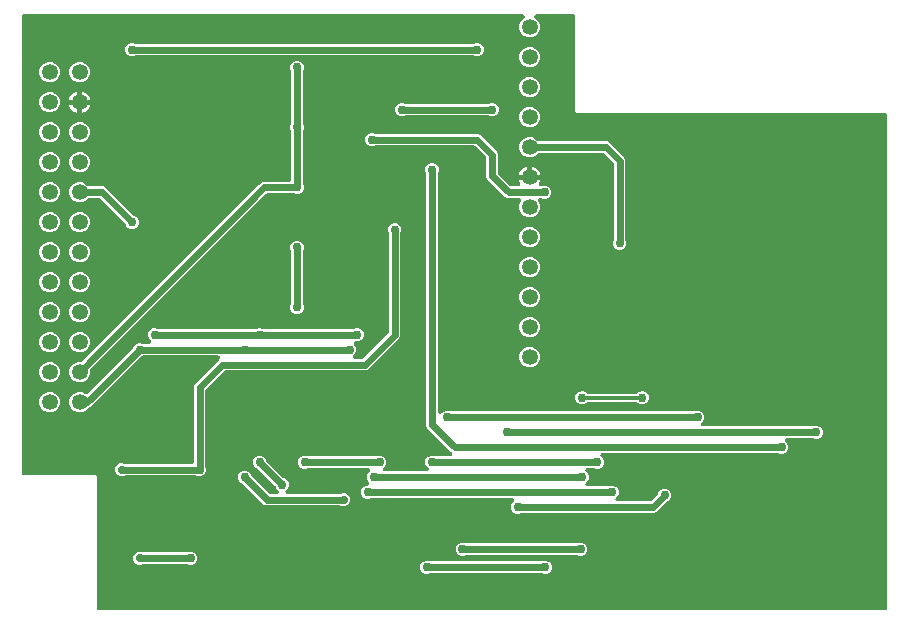
<source format=gbr>
G04 EAGLE Gerber RS-274X export*
G75*
%MOMM*%
%FSLAX34Y34*%
%LPD*%
%INBottom Copper*%
%IPPOS*%
%AMOC8*
5,1,8,0,0,1.08239X$1,22.5*%
G01*
%ADD10C,1.350000*%
%ADD11C,0.755600*%
%ADD12C,0.609600*%
%ADD13C,0.304800*%
%ADD14C,0.736600*%

G36*
X732808Y1781D02*
X732808Y1781D01*
X732826Y1779D01*
X733008Y1800D01*
X733191Y1819D01*
X733208Y1824D01*
X733225Y1826D01*
X733400Y1883D01*
X733576Y1937D01*
X733591Y1945D01*
X733608Y1951D01*
X733768Y2041D01*
X733930Y2129D01*
X733943Y2140D01*
X733959Y2149D01*
X734098Y2269D01*
X734239Y2386D01*
X734250Y2400D01*
X734264Y2412D01*
X734376Y2557D01*
X734491Y2700D01*
X734499Y2716D01*
X734510Y2730D01*
X734592Y2895D01*
X734677Y3057D01*
X734682Y3074D01*
X734690Y3090D01*
X734737Y3269D01*
X734788Y3444D01*
X734790Y3462D01*
X734794Y3479D01*
X734821Y3810D01*
X734821Y420370D01*
X734819Y420388D01*
X734821Y420406D01*
X734800Y420588D01*
X734781Y420771D01*
X734776Y420788D01*
X734774Y420805D01*
X734717Y420980D01*
X734663Y421156D01*
X734655Y421171D01*
X734649Y421188D01*
X734559Y421348D01*
X734471Y421510D01*
X734460Y421523D01*
X734451Y421539D01*
X734331Y421678D01*
X734214Y421819D01*
X734200Y421830D01*
X734188Y421844D01*
X734043Y421956D01*
X733900Y422071D01*
X733884Y422079D01*
X733870Y422090D01*
X733705Y422172D01*
X733543Y422257D01*
X733526Y422262D01*
X733510Y422270D01*
X733331Y422317D01*
X733156Y422368D01*
X733138Y422370D01*
X733121Y422374D01*
X732790Y422401D01*
X471703Y422401D01*
X470661Y423443D01*
X470661Y504190D01*
X470659Y504208D01*
X470661Y504226D01*
X470640Y504408D01*
X470621Y504591D01*
X470616Y504608D01*
X470614Y504625D01*
X470557Y504800D01*
X470503Y504976D01*
X470495Y504991D01*
X470489Y505008D01*
X470399Y505168D01*
X470311Y505330D01*
X470300Y505343D01*
X470291Y505359D01*
X470171Y505498D01*
X470054Y505639D01*
X470040Y505650D01*
X470028Y505664D01*
X469883Y505776D01*
X469740Y505891D01*
X469724Y505899D01*
X469710Y505910D01*
X469545Y505992D01*
X469383Y506077D01*
X469366Y506082D01*
X469350Y506090D01*
X469171Y506137D01*
X468996Y506188D01*
X468978Y506190D01*
X468961Y506194D01*
X468630Y506221D01*
X437844Y506221D01*
X437835Y506220D01*
X437826Y506221D01*
X437634Y506200D01*
X437443Y506181D01*
X437435Y506179D01*
X437426Y506178D01*
X437244Y506120D01*
X437059Y506063D01*
X437051Y506059D01*
X437042Y506056D01*
X436874Y505963D01*
X436704Y505871D01*
X436698Y505866D01*
X436690Y505861D01*
X436543Y505737D01*
X436395Y505614D01*
X436390Y505607D01*
X436383Y505601D01*
X436264Y505450D01*
X436143Y505300D01*
X436139Y505292D01*
X436133Y505285D01*
X436045Y505112D01*
X435957Y504943D01*
X435955Y504934D01*
X435951Y504926D01*
X435899Y504740D01*
X435846Y504556D01*
X435845Y504547D01*
X435843Y504538D01*
X435829Y504345D01*
X435813Y504154D01*
X435814Y504146D01*
X435813Y504137D01*
X435838Y503944D01*
X435860Y503755D01*
X435863Y503746D01*
X435864Y503737D01*
X435925Y503554D01*
X435985Y503372D01*
X435989Y503364D01*
X435992Y503356D01*
X436087Y503190D01*
X436183Y503021D01*
X436189Y503014D01*
X436193Y503007D01*
X436408Y502754D01*
X439030Y500131D01*
X440329Y496997D01*
X440329Y493603D01*
X439030Y490469D01*
X436631Y488070D01*
X433497Y486771D01*
X430103Y486771D01*
X426969Y488070D01*
X424570Y490469D01*
X423271Y493603D01*
X423271Y496997D01*
X424570Y500131D01*
X427192Y502754D01*
X427198Y502761D01*
X427205Y502766D01*
X427325Y502916D01*
X427447Y503065D01*
X427452Y503073D01*
X427457Y503080D01*
X427546Y503250D01*
X427636Y503421D01*
X427639Y503430D01*
X427643Y503437D01*
X427696Y503622D01*
X427751Y503807D01*
X427752Y503816D01*
X427754Y503824D01*
X427770Y504015D01*
X427787Y504208D01*
X427786Y504217D01*
X427787Y504226D01*
X427765Y504415D01*
X427744Y504608D01*
X427741Y504617D01*
X427740Y504625D01*
X427681Y504807D01*
X427622Y504992D01*
X427618Y505000D01*
X427615Y505008D01*
X427520Y505177D01*
X427427Y505344D01*
X427422Y505351D01*
X427417Y505359D01*
X427291Y505505D01*
X427167Y505651D01*
X427160Y505657D01*
X427154Y505664D01*
X427003Y505781D01*
X426851Y505901D01*
X426843Y505905D01*
X426836Y505910D01*
X426664Y505996D01*
X426492Y506083D01*
X426483Y506086D01*
X426475Y506090D01*
X426289Y506140D01*
X426104Y506191D01*
X426095Y506192D01*
X426087Y506194D01*
X425756Y506221D01*
X3810Y506221D01*
X3792Y506219D01*
X3774Y506221D01*
X3592Y506200D01*
X3409Y506181D01*
X3392Y506176D01*
X3375Y506174D01*
X3200Y506117D01*
X3024Y506063D01*
X3009Y506055D01*
X2992Y506049D01*
X2832Y505959D01*
X2670Y505871D01*
X2657Y505860D01*
X2641Y505851D01*
X2502Y505731D01*
X2361Y505614D01*
X2350Y505600D01*
X2336Y505588D01*
X2224Y505443D01*
X2109Y505300D01*
X2101Y505284D01*
X2090Y505270D01*
X2008Y505105D01*
X1923Y504943D01*
X1918Y504926D01*
X1910Y504910D01*
X1863Y504731D01*
X1812Y504556D01*
X1810Y504538D01*
X1806Y504521D01*
X1779Y504190D01*
X1779Y118110D01*
X1781Y118092D01*
X1779Y118074D01*
X1800Y117892D01*
X1819Y117709D01*
X1824Y117692D01*
X1826Y117675D01*
X1883Y117500D01*
X1937Y117324D01*
X1945Y117309D01*
X1951Y117292D01*
X2041Y117132D01*
X2129Y116970D01*
X2140Y116957D01*
X2149Y116941D01*
X2269Y116802D01*
X2386Y116661D01*
X2400Y116650D01*
X2412Y116636D01*
X2557Y116524D01*
X2700Y116409D01*
X2716Y116401D01*
X2730Y116390D01*
X2895Y116308D01*
X3057Y116223D01*
X3074Y116218D01*
X3090Y116210D01*
X3269Y116163D01*
X3444Y116112D01*
X3462Y116110D01*
X3479Y116106D01*
X3810Y116079D01*
X64237Y116079D01*
X65279Y115037D01*
X65279Y3810D01*
X65281Y3792D01*
X65279Y3774D01*
X65300Y3592D01*
X65319Y3409D01*
X65324Y3392D01*
X65326Y3375D01*
X65383Y3200D01*
X65437Y3024D01*
X65445Y3009D01*
X65451Y2992D01*
X65541Y2832D01*
X65629Y2670D01*
X65640Y2657D01*
X65649Y2641D01*
X65769Y2502D01*
X65886Y2361D01*
X65900Y2350D01*
X65912Y2336D01*
X66057Y2224D01*
X66200Y2109D01*
X66216Y2101D01*
X66230Y2090D01*
X66395Y2008D01*
X66557Y1923D01*
X66574Y1918D01*
X66590Y1910D01*
X66769Y1863D01*
X66944Y1812D01*
X66962Y1810D01*
X66979Y1806D01*
X67310Y1779D01*
X732790Y1779D01*
X732808Y1781D01*
G37*
%LPC*%
G36*
X420535Y83343D02*
X420535Y83343D01*
X418492Y84189D01*
X416929Y85752D01*
X416083Y87795D01*
X416083Y90005D01*
X416929Y92048D01*
X418187Y93306D01*
X418193Y93313D01*
X418200Y93318D01*
X418321Y93469D01*
X418442Y93617D01*
X418447Y93625D01*
X418452Y93632D01*
X418541Y93802D01*
X418631Y93973D01*
X418634Y93982D01*
X418638Y93989D01*
X418691Y94174D01*
X418746Y94359D01*
X418747Y94368D01*
X418749Y94376D01*
X418765Y94567D01*
X418782Y94760D01*
X418781Y94769D01*
X418782Y94778D01*
X418760Y94967D01*
X418739Y95160D01*
X418736Y95169D01*
X418735Y95177D01*
X418676Y95359D01*
X418617Y95544D01*
X418613Y95552D01*
X418610Y95560D01*
X418516Y95727D01*
X418422Y95896D01*
X418417Y95903D01*
X418412Y95911D01*
X418287Y96056D01*
X418162Y96203D01*
X418155Y96209D01*
X418149Y96216D01*
X417999Y96332D01*
X417846Y96453D01*
X417838Y96457D01*
X417831Y96462D01*
X417660Y96547D01*
X417487Y96635D01*
X417478Y96638D01*
X417470Y96642D01*
X417285Y96691D01*
X417099Y96743D01*
X417090Y96744D01*
X417082Y96746D01*
X416751Y96773D01*
X297912Y96773D01*
X297881Y96770D01*
X297850Y96772D01*
X297680Y96750D01*
X297511Y96733D01*
X297481Y96724D01*
X297450Y96720D01*
X297134Y96619D01*
X295745Y96043D01*
X293535Y96043D01*
X291492Y96889D01*
X289929Y98452D01*
X289083Y100495D01*
X289083Y102705D01*
X289929Y104748D01*
X291492Y106311D01*
X293535Y107157D01*
X294101Y107157D01*
X294110Y107158D01*
X294119Y107157D01*
X294311Y107178D01*
X294502Y107197D01*
X294510Y107199D01*
X294519Y107200D01*
X294702Y107258D01*
X294887Y107315D01*
X294894Y107319D01*
X294903Y107322D01*
X295072Y107415D01*
X295241Y107507D01*
X295247Y107512D01*
X295255Y107517D01*
X295403Y107642D01*
X295550Y107764D01*
X295555Y107771D01*
X295562Y107777D01*
X295682Y107929D01*
X295802Y108078D01*
X295806Y108086D01*
X295812Y108093D01*
X295900Y108266D01*
X295988Y108435D01*
X295990Y108444D01*
X295994Y108452D01*
X296046Y108637D01*
X296099Y108822D01*
X296100Y108831D01*
X296102Y108840D01*
X296116Y109032D01*
X296132Y109224D01*
X296131Y109232D01*
X296132Y109241D01*
X296107Y109433D01*
X296085Y109623D01*
X296082Y109632D01*
X296081Y109641D01*
X296020Y109823D01*
X295960Y110006D01*
X295956Y110014D01*
X295953Y110022D01*
X295857Y110190D01*
X295762Y110357D01*
X295756Y110364D01*
X295752Y110371D01*
X295537Y110624D01*
X295009Y111152D01*
X294163Y113195D01*
X294163Y115405D01*
X295009Y117448D01*
X296267Y118706D01*
X296273Y118713D01*
X296280Y118718D01*
X296401Y118869D01*
X296522Y119017D01*
X296527Y119025D01*
X296532Y119032D01*
X296621Y119202D01*
X296711Y119373D01*
X296714Y119382D01*
X296718Y119389D01*
X296771Y119574D01*
X296826Y119759D01*
X296827Y119768D01*
X296829Y119776D01*
X296845Y119967D01*
X296862Y120160D01*
X296861Y120169D01*
X296862Y120178D01*
X296840Y120367D01*
X296819Y120560D01*
X296816Y120569D01*
X296815Y120577D01*
X296756Y120759D01*
X296697Y120944D01*
X296693Y120952D01*
X296690Y120960D01*
X296596Y121127D01*
X296502Y121296D01*
X296497Y121303D01*
X296492Y121311D01*
X296367Y121456D01*
X296242Y121603D01*
X296235Y121609D01*
X296229Y121616D01*
X296079Y121732D01*
X295926Y121853D01*
X295918Y121857D01*
X295911Y121862D01*
X295740Y121947D01*
X295567Y122035D01*
X295558Y122038D01*
X295550Y122042D01*
X295365Y122091D01*
X295179Y122143D01*
X295170Y122144D01*
X295162Y122146D01*
X294831Y122173D01*
X244572Y122173D01*
X244541Y122170D01*
X244510Y122172D01*
X244340Y122150D01*
X244171Y122133D01*
X244141Y122124D01*
X244110Y122120D01*
X243794Y122019D01*
X242405Y121443D01*
X240195Y121443D01*
X238152Y122289D01*
X236589Y123852D01*
X235743Y125895D01*
X235743Y128105D01*
X236589Y130148D01*
X238152Y131711D01*
X240195Y132557D01*
X242405Y132557D01*
X243794Y131981D01*
X243824Y131972D01*
X243852Y131958D01*
X244017Y131914D01*
X244180Y131865D01*
X244211Y131862D01*
X244241Y131854D01*
X244572Y131827D01*
X301528Y131827D01*
X301559Y131830D01*
X301590Y131828D01*
X301760Y131850D01*
X301929Y131867D01*
X301959Y131876D01*
X301990Y131880D01*
X302306Y131981D01*
X303695Y132557D01*
X305905Y132557D01*
X307948Y131711D01*
X309511Y130148D01*
X310357Y128105D01*
X310357Y125895D01*
X309511Y123852D01*
X308253Y122594D01*
X308247Y122587D01*
X308240Y122582D01*
X308119Y122431D01*
X307998Y122283D01*
X307993Y122275D01*
X307988Y122268D01*
X307899Y122098D01*
X307809Y121927D01*
X307806Y121918D01*
X307802Y121911D01*
X307749Y121726D01*
X307694Y121541D01*
X307693Y121532D01*
X307691Y121524D01*
X307675Y121333D01*
X307658Y121140D01*
X307659Y121131D01*
X307658Y121122D01*
X307680Y120932D01*
X307701Y120740D01*
X307704Y120731D01*
X307705Y120723D01*
X307764Y120541D01*
X307823Y120356D01*
X307827Y120348D01*
X307830Y120340D01*
X307924Y120173D01*
X308018Y120004D01*
X308023Y119997D01*
X308028Y119989D01*
X308153Y119844D01*
X308278Y119697D01*
X308285Y119691D01*
X308291Y119684D01*
X308441Y119568D01*
X308594Y119447D01*
X308602Y119443D01*
X308609Y119438D01*
X308780Y119353D01*
X308953Y119265D01*
X308962Y119262D01*
X308970Y119258D01*
X309155Y119209D01*
X309341Y119157D01*
X309350Y119156D01*
X309358Y119154D01*
X309689Y119127D01*
X344361Y119127D01*
X344370Y119128D01*
X344379Y119127D01*
X344571Y119148D01*
X344762Y119167D01*
X344770Y119169D01*
X344779Y119170D01*
X344961Y119228D01*
X345147Y119285D01*
X345154Y119289D01*
X345163Y119292D01*
X345331Y119384D01*
X345501Y119477D01*
X345507Y119482D01*
X345515Y119487D01*
X345663Y119612D01*
X345810Y119734D01*
X345815Y119741D01*
X345822Y119747D01*
X345942Y119898D01*
X346062Y120048D01*
X346066Y120056D01*
X346072Y120063D01*
X346159Y120235D01*
X346248Y120405D01*
X346250Y120414D01*
X346254Y120422D01*
X346306Y120608D01*
X346359Y120792D01*
X346360Y120801D01*
X346362Y120810D01*
X346376Y121002D01*
X346392Y121194D01*
X346391Y121202D01*
X346392Y121211D01*
X346367Y121404D01*
X346345Y121593D01*
X346342Y121602D01*
X346341Y121611D01*
X346280Y121793D01*
X346220Y121976D01*
X346216Y121984D01*
X346213Y121992D01*
X346118Y122158D01*
X346022Y122327D01*
X346016Y122334D01*
X346012Y122341D01*
X345797Y122594D01*
X344539Y123852D01*
X343693Y125895D01*
X343693Y128105D01*
X344539Y130148D01*
X346102Y131711D01*
X348145Y132557D01*
X350355Y132557D01*
X351744Y131981D01*
X351774Y131972D01*
X351802Y131958D01*
X351967Y131914D01*
X352130Y131865D01*
X352161Y131862D01*
X352191Y131854D01*
X352522Y131827D01*
X364483Y131827D01*
X364488Y131827D01*
X364493Y131827D01*
X364688Y131847D01*
X364884Y131867D01*
X364888Y131868D01*
X364893Y131869D01*
X365080Y131927D01*
X365269Y131985D01*
X365273Y131987D01*
X365278Y131989D01*
X365450Y132083D01*
X365623Y132177D01*
X365626Y132180D01*
X365631Y132182D01*
X365784Y132311D01*
X365932Y132434D01*
X365935Y132438D01*
X365939Y132441D01*
X366062Y132597D01*
X366184Y132748D01*
X366187Y132752D01*
X366190Y132756D01*
X366279Y132931D01*
X366370Y133105D01*
X366371Y133110D01*
X366373Y133114D01*
X366427Y133302D01*
X366481Y133492D01*
X366482Y133497D01*
X366483Y133502D01*
X366498Y133697D01*
X366514Y133894D01*
X366514Y133898D01*
X366514Y133903D01*
X366490Y134098D01*
X366467Y134293D01*
X366466Y134298D01*
X366465Y134303D01*
X366404Y134486D01*
X366342Y134676D01*
X366340Y134681D01*
X366338Y134685D01*
X366242Y134854D01*
X366144Y135027D01*
X366141Y135030D01*
X366139Y135035D01*
X366008Y135185D01*
X365881Y135331D01*
X365877Y135334D01*
X365874Y135338D01*
X365716Y135460D01*
X365708Y135466D01*
X345158Y156016D01*
X344423Y157790D01*
X344423Y371378D01*
X344420Y371409D01*
X344422Y371440D01*
X344400Y371610D01*
X344383Y371779D01*
X344374Y371809D01*
X344370Y371840D01*
X344269Y372156D01*
X343693Y373545D01*
X343693Y375755D01*
X344539Y377798D01*
X346102Y379361D01*
X348145Y380207D01*
X350355Y380207D01*
X352398Y379361D01*
X353961Y377798D01*
X354807Y375755D01*
X354807Y373545D01*
X354231Y372156D01*
X354222Y372126D01*
X354208Y372098D01*
X354164Y371933D01*
X354115Y371770D01*
X354112Y371739D01*
X354104Y371709D01*
X354077Y371378D01*
X354077Y169989D01*
X354078Y169980D01*
X354077Y169971D01*
X354098Y169779D01*
X354117Y169588D01*
X354119Y169580D01*
X354120Y169571D01*
X354178Y169389D01*
X354235Y169203D01*
X354239Y169196D01*
X354242Y169187D01*
X354335Y169019D01*
X354427Y168849D01*
X354432Y168843D01*
X354437Y168835D01*
X354562Y168687D01*
X354684Y168540D01*
X354691Y168535D01*
X354697Y168528D01*
X354849Y168408D01*
X354998Y168288D01*
X355006Y168284D01*
X355013Y168278D01*
X355185Y168191D01*
X355355Y168102D01*
X355364Y168100D01*
X355372Y168096D01*
X355558Y168044D01*
X355742Y167991D01*
X355751Y167990D01*
X355760Y167988D01*
X355952Y167974D01*
X356144Y167958D01*
X356152Y167959D01*
X356161Y167958D01*
X356354Y167983D01*
X356543Y168005D01*
X356552Y168008D01*
X356561Y168009D01*
X356744Y168070D01*
X356926Y168130D01*
X356934Y168134D01*
X356942Y168137D01*
X357108Y168232D01*
X357277Y168328D01*
X357284Y168334D01*
X357291Y168338D01*
X357544Y168553D01*
X358802Y169811D01*
X360845Y170657D01*
X363055Y170657D01*
X364444Y170081D01*
X364474Y170072D01*
X364502Y170058D01*
X364667Y170014D01*
X364830Y169965D01*
X364861Y169962D01*
X364891Y169954D01*
X365222Y169927D01*
X570768Y169927D01*
X570799Y169930D01*
X570830Y169928D01*
X571000Y169950D01*
X571169Y169967D01*
X571199Y169976D01*
X571230Y169980D01*
X571546Y170081D01*
X572935Y170657D01*
X575145Y170657D01*
X577188Y169811D01*
X578751Y168248D01*
X579597Y166205D01*
X579597Y163995D01*
X578751Y161952D01*
X577493Y160694D01*
X577487Y160687D01*
X577480Y160682D01*
X577359Y160531D01*
X577238Y160383D01*
X577233Y160375D01*
X577228Y160368D01*
X577139Y160198D01*
X577049Y160027D01*
X577046Y160018D01*
X577042Y160011D01*
X576989Y159826D01*
X576934Y159641D01*
X576933Y159632D01*
X576931Y159624D01*
X576915Y159433D01*
X576898Y159240D01*
X576899Y159231D01*
X576898Y159222D01*
X576920Y159033D01*
X576941Y158840D01*
X576944Y158831D01*
X576945Y158823D01*
X577004Y158641D01*
X577063Y158456D01*
X577067Y158448D01*
X577070Y158440D01*
X577164Y158273D01*
X577258Y158104D01*
X577263Y158097D01*
X577268Y158089D01*
X577393Y157944D01*
X577518Y157797D01*
X577525Y157791D01*
X577531Y157784D01*
X577681Y157668D01*
X577834Y157547D01*
X577842Y157543D01*
X577849Y157538D01*
X578020Y157453D01*
X578193Y157365D01*
X578202Y157362D01*
X578210Y157358D01*
X578395Y157309D01*
X578581Y157257D01*
X578590Y157256D01*
X578598Y157254D01*
X578929Y157227D01*
X671098Y157227D01*
X671129Y157230D01*
X671160Y157228D01*
X671330Y157250D01*
X671499Y157267D01*
X671529Y157276D01*
X671560Y157280D01*
X671876Y157381D01*
X673265Y157957D01*
X675475Y157957D01*
X677518Y157111D01*
X679081Y155548D01*
X679927Y153505D01*
X679927Y151295D01*
X679081Y149252D01*
X677518Y147689D01*
X675475Y146843D01*
X673265Y146843D01*
X671876Y147419D01*
X671846Y147428D01*
X671818Y147442D01*
X671653Y147486D01*
X671490Y147535D01*
X671459Y147538D01*
X671429Y147546D01*
X671098Y147573D01*
X650049Y147573D01*
X650040Y147572D01*
X650031Y147573D01*
X649839Y147552D01*
X649648Y147533D01*
X649640Y147531D01*
X649631Y147530D01*
X649449Y147472D01*
X649263Y147415D01*
X649256Y147411D01*
X649247Y147408D01*
X649079Y147315D01*
X648909Y147223D01*
X648903Y147218D01*
X648895Y147213D01*
X648747Y147088D01*
X648600Y146966D01*
X648595Y146959D01*
X648588Y146953D01*
X648468Y146801D01*
X648348Y146652D01*
X648344Y146644D01*
X648338Y146637D01*
X648251Y146465D01*
X648162Y146295D01*
X648160Y146286D01*
X648156Y146278D01*
X648104Y146092D01*
X648051Y145908D01*
X648050Y145899D01*
X648048Y145890D01*
X648034Y145698D01*
X648018Y145506D01*
X648019Y145498D01*
X648018Y145489D01*
X648043Y145296D01*
X648065Y145107D01*
X648068Y145098D01*
X648069Y145089D01*
X648130Y144906D01*
X648190Y144724D01*
X648194Y144716D01*
X648197Y144708D01*
X648292Y144542D01*
X648388Y144373D01*
X648394Y144366D01*
X648398Y144359D01*
X648613Y144106D01*
X649871Y142848D01*
X650717Y140805D01*
X650717Y138595D01*
X649871Y136552D01*
X648308Y134989D01*
X646265Y134143D01*
X644055Y134143D01*
X642666Y134719D01*
X642636Y134728D01*
X642608Y134742D01*
X642443Y134786D01*
X642280Y134835D01*
X642249Y134838D01*
X642219Y134846D01*
X641888Y134873D01*
X493839Y134873D01*
X493830Y134872D01*
X493821Y134873D01*
X493629Y134852D01*
X493438Y134833D01*
X493430Y134831D01*
X493421Y134830D01*
X493239Y134772D01*
X493053Y134715D01*
X493046Y134711D01*
X493037Y134708D01*
X492868Y134615D01*
X492699Y134523D01*
X492693Y134518D01*
X492685Y134513D01*
X492537Y134388D01*
X492390Y134266D01*
X492385Y134259D01*
X492378Y134253D01*
X492258Y134101D01*
X492138Y133952D01*
X492134Y133944D01*
X492128Y133937D01*
X492041Y133765D01*
X491952Y133595D01*
X491950Y133586D01*
X491946Y133578D01*
X491894Y133392D01*
X491841Y133208D01*
X491840Y133199D01*
X491838Y133190D01*
X491824Y132998D01*
X491808Y132806D01*
X491809Y132798D01*
X491808Y132789D01*
X491833Y132596D01*
X491855Y132407D01*
X491858Y132398D01*
X491859Y132389D01*
X491920Y132206D01*
X491980Y132024D01*
X491984Y132016D01*
X491987Y132008D01*
X492082Y131842D01*
X492178Y131673D01*
X492184Y131666D01*
X492188Y131659D01*
X492403Y131406D01*
X493661Y130148D01*
X494507Y128105D01*
X494507Y125895D01*
X493661Y123852D01*
X492098Y122289D01*
X490055Y121443D01*
X487845Y121443D01*
X486456Y122019D01*
X486426Y122028D01*
X486398Y122042D01*
X486233Y122086D01*
X486070Y122135D01*
X486039Y122138D01*
X486009Y122146D01*
X485678Y122173D01*
X481139Y122173D01*
X481130Y122172D01*
X481121Y122173D01*
X480929Y122152D01*
X480738Y122133D01*
X480730Y122131D01*
X480721Y122130D01*
X480539Y122072D01*
X480353Y122015D01*
X480346Y122011D01*
X480337Y122008D01*
X480168Y121915D01*
X479999Y121823D01*
X479993Y121818D01*
X479985Y121813D01*
X479837Y121688D01*
X479690Y121566D01*
X479685Y121559D01*
X479678Y121553D01*
X479558Y121401D01*
X479438Y121252D01*
X479434Y121244D01*
X479428Y121237D01*
X479341Y121065D01*
X479252Y120895D01*
X479250Y120886D01*
X479246Y120878D01*
X479194Y120692D01*
X479141Y120508D01*
X479140Y120499D01*
X479138Y120490D01*
X479124Y120298D01*
X479108Y120106D01*
X479109Y120098D01*
X479108Y120089D01*
X479133Y119896D01*
X479155Y119707D01*
X479158Y119698D01*
X479159Y119689D01*
X479220Y119506D01*
X479280Y119324D01*
X479284Y119316D01*
X479287Y119308D01*
X479383Y119141D01*
X479478Y118973D01*
X479484Y118966D01*
X479488Y118959D01*
X479703Y118706D01*
X480961Y117448D01*
X481807Y115405D01*
X481807Y113195D01*
X480961Y111152D01*
X479703Y109894D01*
X479697Y109887D01*
X479690Y109882D01*
X479569Y109731D01*
X479448Y109583D01*
X479443Y109575D01*
X479438Y109568D01*
X479349Y109398D01*
X479259Y109227D01*
X479256Y109218D01*
X479252Y109211D01*
X479199Y109026D01*
X479144Y108841D01*
X479143Y108832D01*
X479141Y108824D01*
X479125Y108633D01*
X479108Y108440D01*
X479109Y108431D01*
X479108Y108422D01*
X479130Y108232D01*
X479151Y108040D01*
X479154Y108031D01*
X479155Y108023D01*
X479214Y107841D01*
X479273Y107656D01*
X479277Y107648D01*
X479280Y107640D01*
X479374Y107473D01*
X479468Y107304D01*
X479473Y107297D01*
X479478Y107289D01*
X479603Y107144D01*
X479728Y106997D01*
X479735Y106991D01*
X479741Y106984D01*
X479891Y106868D01*
X480044Y106747D01*
X480052Y106743D01*
X480059Y106738D01*
X480230Y106653D01*
X480403Y106565D01*
X480412Y106562D01*
X480420Y106558D01*
X480605Y106509D01*
X480791Y106457D01*
X480800Y106456D01*
X480808Y106454D01*
X481139Y106427D01*
X498378Y106427D01*
X498409Y106430D01*
X498440Y106428D01*
X498610Y106450D01*
X498779Y106467D01*
X498809Y106476D01*
X498840Y106480D01*
X499156Y106581D01*
X500545Y107157D01*
X502755Y107157D01*
X504798Y106311D01*
X506361Y104748D01*
X507207Y102705D01*
X507207Y100495D01*
X506361Y98452D01*
X505103Y97194D01*
X505097Y97187D01*
X505090Y97182D01*
X504969Y97031D01*
X504848Y96883D01*
X504843Y96875D01*
X504838Y96868D01*
X504749Y96698D01*
X504659Y96527D01*
X504656Y96518D01*
X504652Y96511D01*
X504599Y96326D01*
X504544Y96141D01*
X504543Y96132D01*
X504541Y96124D01*
X504525Y95933D01*
X504508Y95740D01*
X504509Y95731D01*
X504508Y95722D01*
X504530Y95533D01*
X504551Y95340D01*
X504554Y95331D01*
X504555Y95323D01*
X504614Y95141D01*
X504673Y94956D01*
X504677Y94948D01*
X504680Y94940D01*
X504774Y94773D01*
X504868Y94604D01*
X504873Y94597D01*
X504878Y94589D01*
X505003Y94444D01*
X505128Y94297D01*
X505135Y94291D01*
X505141Y94284D01*
X505291Y94168D01*
X505444Y94047D01*
X505452Y94043D01*
X505459Y94038D01*
X505630Y93953D01*
X505803Y93865D01*
X505812Y93862D01*
X505820Y93858D01*
X506005Y93809D01*
X506191Y93757D01*
X506200Y93756D01*
X506208Y93754D01*
X506539Y93727D01*
X533099Y93727D01*
X533126Y93729D01*
X533153Y93727D01*
X533327Y93749D01*
X533500Y93767D01*
X533525Y93774D01*
X533552Y93778D01*
X533718Y93833D01*
X533885Y93885D01*
X533908Y93898D01*
X533934Y93906D01*
X534085Y93993D01*
X534239Y94077D01*
X534259Y94094D01*
X534283Y94107D01*
X534536Y94322D01*
X540374Y100160D01*
X540393Y100184D01*
X540417Y100204D01*
X540521Y100339D01*
X540629Y100471D01*
X540643Y100499D01*
X540662Y100523D01*
X540814Y100819D01*
X541389Y102208D01*
X542952Y103771D01*
X544995Y104617D01*
X547205Y104617D01*
X549248Y103771D01*
X550811Y102208D01*
X551657Y100165D01*
X551657Y97955D01*
X550811Y95912D01*
X549248Y94349D01*
X547859Y93774D01*
X547831Y93759D01*
X547801Y93749D01*
X547654Y93664D01*
X547504Y93584D01*
X547480Y93564D01*
X547453Y93548D01*
X547200Y93334D01*
X538674Y84808D01*
X536900Y84073D01*
X424912Y84073D01*
X424881Y84070D01*
X424849Y84072D01*
X424680Y84050D01*
X424511Y84033D01*
X424481Y84024D01*
X424450Y84020D01*
X424134Y83919D01*
X422745Y83343D01*
X420535Y83343D01*
G37*
%LPD*%
%LPC*%
G36*
X151295Y115093D02*
X151295Y115093D01*
X149906Y115669D01*
X149876Y115678D01*
X149848Y115692D01*
X149683Y115736D01*
X149520Y115785D01*
X149489Y115788D01*
X149459Y115796D01*
X149128Y115823D01*
X89383Y115823D01*
X89352Y115820D01*
X89321Y115822D01*
X89152Y115800D01*
X88983Y115783D01*
X88953Y115774D01*
X88922Y115770D01*
X88606Y115669D01*
X87446Y115188D01*
X85274Y115188D01*
X83266Y116020D01*
X81730Y117556D01*
X80898Y119564D01*
X80898Y121736D01*
X81730Y123744D01*
X83266Y125280D01*
X85274Y126112D01*
X87446Y126112D01*
X88606Y125631D01*
X88636Y125622D01*
X88664Y125608D01*
X88829Y125564D01*
X88991Y125515D01*
X89022Y125512D01*
X89053Y125504D01*
X89383Y125477D01*
X145542Y125477D01*
X145560Y125479D01*
X145578Y125477D01*
X145760Y125498D01*
X145943Y125517D01*
X145960Y125522D01*
X145977Y125524D01*
X146152Y125581D01*
X146328Y125635D01*
X146343Y125643D01*
X146360Y125649D01*
X146520Y125739D01*
X146682Y125827D01*
X146695Y125838D01*
X146711Y125847D01*
X146850Y125967D01*
X146991Y126084D01*
X147002Y126098D01*
X147016Y126110D01*
X147128Y126255D01*
X147243Y126398D01*
X147251Y126414D01*
X147262Y126428D01*
X147344Y126593D01*
X147429Y126755D01*
X147434Y126772D01*
X147442Y126788D01*
X147489Y126967D01*
X147540Y127142D01*
X147542Y127160D01*
X147546Y127177D01*
X147573Y127508D01*
X147573Y191460D01*
X148308Y193234D01*
X168844Y213770D01*
X168921Y213834D01*
X169075Y213962D01*
X169078Y213965D01*
X169082Y213968D01*
X169203Y214119D01*
X169329Y214274D01*
X169331Y214278D01*
X169334Y214282D01*
X169424Y214455D01*
X169516Y214631D01*
X169518Y214635D01*
X169520Y214639D01*
X169574Y214827D01*
X169629Y215017D01*
X169630Y215022D01*
X169631Y215026D01*
X169647Y215221D01*
X169664Y215418D01*
X169664Y215423D01*
X169664Y215428D01*
X169642Y215618D01*
X169619Y215818D01*
X169618Y215823D01*
X169617Y215827D01*
X169557Y216013D01*
X169496Y216202D01*
X169494Y216206D01*
X169492Y216210D01*
X169396Y216380D01*
X169300Y216553D01*
X169297Y216557D01*
X169294Y216561D01*
X169166Y216710D01*
X169038Y216859D01*
X169034Y216862D01*
X169031Y216866D01*
X168878Y216985D01*
X168721Y217107D01*
X168717Y217110D01*
X168713Y217112D01*
X168539Y217199D01*
X168361Y217288D01*
X168357Y217289D01*
X168353Y217292D01*
X168160Y217343D01*
X167973Y217395D01*
X167968Y217395D01*
X167964Y217396D01*
X167633Y217423D01*
X104872Y217423D01*
X104841Y217420D01*
X104810Y217422D01*
X104640Y217400D01*
X104471Y217383D01*
X104441Y217374D01*
X104410Y217370D01*
X104094Y217269D01*
X103359Y216964D01*
X103331Y216949D01*
X103301Y216939D01*
X103154Y216854D01*
X103004Y216774D01*
X102980Y216754D01*
X102953Y216738D01*
X102700Y216524D01*
X59884Y173708D01*
X58355Y173075D01*
X58327Y173060D01*
X58298Y173050D01*
X58150Y172965D01*
X58000Y172884D01*
X57976Y172864D01*
X57949Y172849D01*
X57696Y172634D01*
X55631Y170570D01*
X52497Y169271D01*
X49103Y169271D01*
X45969Y170570D01*
X43570Y172969D01*
X42271Y176103D01*
X42271Y179497D01*
X43570Y182631D01*
X45969Y185030D01*
X49103Y186329D01*
X52496Y186329D01*
X55737Y184986D01*
X55758Y184980D01*
X55778Y184970D01*
X55951Y184922D01*
X56122Y184870D01*
X56145Y184868D01*
X56166Y184862D01*
X56345Y184849D01*
X56523Y184832D01*
X56545Y184834D01*
X56568Y184832D01*
X56747Y184855D01*
X56924Y184873D01*
X56945Y184880D01*
X56967Y184883D01*
X57137Y184940D01*
X57308Y184993D01*
X57328Y185004D01*
X57349Y185011D01*
X57505Y185101D01*
X57661Y185187D01*
X57678Y185201D01*
X57698Y185212D01*
X57951Y185427D01*
X95874Y223350D01*
X95893Y223374D01*
X95917Y223394D01*
X96021Y223529D01*
X96129Y223661D01*
X96143Y223689D01*
X96162Y223713D01*
X96314Y224009D01*
X96889Y225398D01*
X98452Y226961D01*
X99526Y227405D01*
X99526Y227406D01*
X100495Y227807D01*
X102705Y227807D01*
X104094Y227231D01*
X104124Y227222D01*
X104152Y227208D01*
X104317Y227164D01*
X104480Y227115D01*
X104511Y227112D01*
X104541Y227104D01*
X104872Y227077D01*
X109411Y227077D01*
X109420Y227078D01*
X109429Y227077D01*
X109621Y227098D01*
X109812Y227117D01*
X109820Y227119D01*
X109829Y227120D01*
X110011Y227178D01*
X110197Y227235D01*
X110204Y227239D01*
X110213Y227242D01*
X110381Y227335D01*
X110551Y227427D01*
X110557Y227432D01*
X110565Y227437D01*
X110713Y227562D01*
X110860Y227684D01*
X110865Y227691D01*
X110872Y227697D01*
X110992Y227849D01*
X111112Y227998D01*
X111116Y228006D01*
X111122Y228013D01*
X111209Y228185D01*
X111298Y228355D01*
X111300Y228364D01*
X111304Y228372D01*
X111356Y228558D01*
X111409Y228742D01*
X111410Y228751D01*
X111412Y228760D01*
X111426Y228952D01*
X111442Y229144D01*
X111441Y229152D01*
X111442Y229161D01*
X111417Y229354D01*
X111395Y229543D01*
X111392Y229552D01*
X111391Y229561D01*
X111330Y229744D01*
X111270Y229926D01*
X111266Y229934D01*
X111263Y229942D01*
X111168Y230108D01*
X111072Y230277D01*
X111066Y230284D01*
X111062Y230291D01*
X110847Y230544D01*
X109589Y231802D01*
X108743Y233845D01*
X108743Y236055D01*
X109589Y238098D01*
X111152Y239661D01*
X113195Y240507D01*
X115405Y240507D01*
X116794Y239931D01*
X116824Y239922D01*
X116852Y239908D01*
X117017Y239864D01*
X117180Y239815D01*
X117211Y239812D01*
X117241Y239804D01*
X117572Y239777D01*
X199928Y239777D01*
X199959Y239780D01*
X199990Y239778D01*
X200160Y239800D01*
X200329Y239817D01*
X200359Y239826D01*
X200390Y239830D01*
X200706Y239931D01*
X202095Y240507D01*
X204305Y240507D01*
X205694Y239931D01*
X205724Y239922D01*
X205752Y239908D01*
X205917Y239864D01*
X206080Y239815D01*
X206111Y239812D01*
X206141Y239804D01*
X206472Y239777D01*
X282478Y239777D01*
X282509Y239780D01*
X282540Y239778D01*
X282710Y239800D01*
X282879Y239817D01*
X282909Y239826D01*
X282940Y239830D01*
X283256Y239931D01*
X284645Y240507D01*
X286855Y240507D01*
X288898Y239661D01*
X290461Y238098D01*
X291307Y236055D01*
X291307Y233845D01*
X290461Y231802D01*
X288898Y230239D01*
X286855Y229393D01*
X285019Y229393D01*
X285010Y229392D01*
X285001Y229393D01*
X284809Y229372D01*
X284618Y229353D01*
X284610Y229351D01*
X284601Y229350D01*
X284418Y229292D01*
X284233Y229235D01*
X284226Y229231D01*
X284217Y229228D01*
X284048Y229135D01*
X283879Y229043D01*
X283873Y229038D01*
X283865Y229033D01*
X283717Y228908D01*
X283570Y228786D01*
X283565Y228779D01*
X283558Y228773D01*
X283437Y228621D01*
X283318Y228472D01*
X283314Y228464D01*
X283308Y228457D01*
X283220Y228284D01*
X283132Y228115D01*
X283130Y228106D01*
X283126Y228098D01*
X283074Y227913D01*
X283021Y227728D01*
X283020Y227719D01*
X283018Y227710D01*
X283004Y227518D01*
X282988Y227326D01*
X282989Y227318D01*
X282988Y227309D01*
X283013Y227116D01*
X283035Y226927D01*
X283038Y226918D01*
X283039Y226909D01*
X283100Y226727D01*
X283160Y226544D01*
X283164Y226536D01*
X283167Y226528D01*
X283263Y226360D01*
X283358Y226193D01*
X283364Y226186D01*
X283368Y226179D01*
X283583Y225926D01*
X284111Y225398D01*
X284957Y223355D01*
X284957Y221145D01*
X284111Y219102D01*
X282853Y217844D01*
X282847Y217837D01*
X282840Y217832D01*
X282719Y217681D01*
X282598Y217533D01*
X282593Y217525D01*
X282588Y217518D01*
X282499Y217348D01*
X282409Y217177D01*
X282406Y217168D01*
X282402Y217161D01*
X282349Y216976D01*
X282294Y216791D01*
X282293Y216782D01*
X282291Y216774D01*
X282275Y216583D01*
X282258Y216390D01*
X282259Y216381D01*
X282258Y216372D01*
X282280Y216183D01*
X282301Y215990D01*
X282304Y215981D01*
X282305Y215973D01*
X282364Y215790D01*
X282423Y215606D01*
X282427Y215598D01*
X282430Y215590D01*
X282524Y215423D01*
X282618Y215254D01*
X282623Y215247D01*
X282628Y215239D01*
X282753Y215094D01*
X282878Y214947D01*
X282885Y214941D01*
X282891Y214934D01*
X283041Y214818D01*
X283194Y214697D01*
X283202Y214693D01*
X283209Y214688D01*
X283380Y214603D01*
X283553Y214515D01*
X283562Y214512D01*
X283570Y214508D01*
X283755Y214459D01*
X283941Y214407D01*
X283950Y214406D01*
X283958Y214404D01*
X284289Y214377D01*
X289259Y214377D01*
X289286Y214379D01*
X289313Y214377D01*
X289487Y214399D01*
X289660Y214417D01*
X289685Y214424D01*
X289712Y214428D01*
X289878Y214483D01*
X290045Y214535D01*
X290068Y214548D01*
X290094Y214556D01*
X290245Y214643D01*
X290399Y214727D01*
X290419Y214744D01*
X290443Y214757D01*
X290696Y214972D01*
X312078Y236354D01*
X312095Y236375D01*
X312116Y236393D01*
X312223Y236530D01*
X312333Y236666D01*
X312346Y236690D01*
X312362Y236711D01*
X312440Y236868D01*
X312522Y237022D01*
X312530Y237047D01*
X312542Y237071D01*
X312587Y237241D01*
X312637Y237407D01*
X312639Y237434D01*
X312646Y237460D01*
X312673Y237791D01*
X312673Y320578D01*
X312670Y320609D01*
X312672Y320640D01*
X312650Y320810D01*
X312633Y320979D01*
X312624Y321009D01*
X312620Y321040D01*
X312519Y321356D01*
X311943Y322745D01*
X311943Y324955D01*
X312789Y326998D01*
X314352Y328561D01*
X315335Y328968D01*
X316395Y329407D01*
X318605Y329407D01*
X320648Y328561D01*
X322211Y326998D01*
X323057Y324955D01*
X323057Y322745D01*
X322481Y321356D01*
X322472Y321326D01*
X322458Y321298D01*
X322414Y321133D01*
X322365Y320970D01*
X322362Y320939D01*
X322354Y320909D01*
X322327Y320578D01*
X322327Y233990D01*
X321592Y232216D01*
X294834Y205458D01*
X293114Y204746D01*
X293060Y204723D01*
X174291Y204723D01*
X174264Y204721D01*
X174237Y204723D01*
X174063Y204701D01*
X173890Y204683D01*
X173865Y204676D01*
X173838Y204672D01*
X173672Y204617D01*
X173505Y204565D01*
X173482Y204552D01*
X173456Y204544D01*
X173305Y204457D01*
X173151Y204373D01*
X173131Y204356D01*
X173107Y204343D01*
X172854Y204128D01*
X157822Y189096D01*
X157805Y189075D01*
X157784Y189057D01*
X157677Y188920D01*
X157567Y188784D01*
X157554Y188760D01*
X157538Y188739D01*
X157460Y188582D01*
X157378Y188428D01*
X157370Y188403D01*
X157358Y188379D01*
X157313Y188209D01*
X157263Y188043D01*
X157261Y188016D01*
X157254Y187990D01*
X157227Y187659D01*
X157227Y123922D01*
X157230Y123891D01*
X157228Y123860D01*
X157250Y123690D01*
X157267Y123521D01*
X157276Y123491D01*
X157280Y123460D01*
X157381Y123144D01*
X157957Y121755D01*
X157957Y119545D01*
X157111Y117502D01*
X155548Y115939D01*
X153505Y115093D01*
X151295Y115093D01*
G37*
%LPD*%
%LPC*%
G36*
X49103Y194671D02*
X49103Y194671D01*
X45969Y195970D01*
X43570Y198369D01*
X42271Y201503D01*
X42271Y204897D01*
X43570Y208031D01*
X45969Y210430D01*
X49103Y211729D01*
X51661Y211729D01*
X51688Y211731D01*
X51715Y211729D01*
X51889Y211751D01*
X52062Y211769D01*
X52087Y211776D01*
X52114Y211780D01*
X52280Y211835D01*
X52447Y211887D01*
X52470Y211900D01*
X52496Y211908D01*
X52647Y211995D01*
X52801Y212079D01*
X52821Y212096D01*
X52845Y212109D01*
X53098Y212324D01*
X202882Y362108D01*
X204526Y363752D01*
X206300Y364487D01*
X228092Y364487D01*
X228110Y364489D01*
X228128Y364487D01*
X228310Y364508D01*
X228493Y364527D01*
X228510Y364532D01*
X228527Y364534D01*
X228702Y364591D01*
X228878Y364645D01*
X228893Y364653D01*
X228910Y364659D01*
X229070Y364749D01*
X229232Y364837D01*
X229245Y364848D01*
X229261Y364857D01*
X229400Y364977D01*
X229541Y365094D01*
X229552Y365108D01*
X229566Y365120D01*
X229678Y365265D01*
X229793Y365408D01*
X229801Y365424D01*
X229812Y365438D01*
X229894Y365603D01*
X229979Y365765D01*
X229984Y365782D01*
X229992Y365798D01*
X230039Y365977D01*
X230090Y366152D01*
X230092Y366170D01*
X230096Y366187D01*
X230123Y366518D01*
X230123Y407188D01*
X230120Y407219D01*
X230122Y407250D01*
X230100Y407420D01*
X230083Y407589D01*
X230074Y407619D01*
X230070Y407650D01*
X229969Y407966D01*
X229393Y409355D01*
X229393Y411565D01*
X229969Y412954D01*
X229978Y412984D01*
X229992Y413012D01*
X230036Y413177D01*
X230085Y413340D01*
X230088Y413371D01*
X230096Y413401D01*
X230123Y413732D01*
X230123Y457988D01*
X230120Y458019D01*
X230122Y458050D01*
X230100Y458220D01*
X230083Y458389D01*
X230074Y458419D01*
X230070Y458450D01*
X229969Y458766D01*
X229393Y460155D01*
X229393Y462365D01*
X230239Y464408D01*
X231802Y465971D01*
X233845Y466817D01*
X236055Y466817D01*
X238098Y465971D01*
X239661Y464408D01*
X240507Y462365D01*
X240507Y460155D01*
X239931Y458766D01*
X239922Y458736D01*
X239908Y458708D01*
X239864Y458543D01*
X239815Y458380D01*
X239812Y458349D01*
X239804Y458319D01*
X239777Y457988D01*
X239777Y413732D01*
X239780Y413701D01*
X239778Y413670D01*
X239800Y413500D01*
X239817Y413331D01*
X239826Y413301D01*
X239830Y413270D01*
X239931Y412954D01*
X240507Y411565D01*
X240507Y409355D01*
X239931Y407966D01*
X239922Y407936D01*
X239908Y407908D01*
X239864Y407743D01*
X239815Y407580D01*
X239812Y407549D01*
X239804Y407519D01*
X239777Y407188D01*
X239777Y362932D01*
X239780Y362901D01*
X239778Y362870D01*
X239800Y362700D01*
X239817Y362531D01*
X239826Y362501D01*
X239830Y362470D01*
X239931Y362154D01*
X240507Y360765D01*
X240507Y358555D01*
X239661Y356512D01*
X238098Y354949D01*
X236055Y354103D01*
X233845Y354103D01*
X232456Y354679D01*
X232426Y354688D01*
X232398Y354702D01*
X232233Y354746D01*
X232070Y354795D01*
X232039Y354798D01*
X232009Y354806D01*
X231678Y354833D01*
X210101Y354833D01*
X210074Y354831D01*
X210047Y354833D01*
X209873Y354811D01*
X209700Y354793D01*
X209675Y354786D01*
X209648Y354782D01*
X209482Y354727D01*
X209315Y354675D01*
X209292Y354662D01*
X209266Y354654D01*
X209115Y354567D01*
X208961Y354483D01*
X208941Y354466D01*
X208917Y354453D01*
X208664Y354238D01*
X59924Y205498D01*
X59907Y205477D01*
X59886Y205459D01*
X59779Y205322D01*
X59669Y205186D01*
X59656Y205163D01*
X59640Y205141D01*
X59562Y204984D01*
X59480Y204830D01*
X59472Y204805D01*
X59460Y204781D01*
X59415Y204611D01*
X59365Y204445D01*
X59363Y204418D01*
X59356Y204392D01*
X59329Y204061D01*
X59329Y201503D01*
X58030Y198369D01*
X55631Y195970D01*
X52497Y194671D01*
X49103Y194671D01*
G37*
%LPD*%
%LPC*%
G36*
X94145Y470693D02*
X94145Y470693D01*
X92102Y471539D01*
X90539Y473102D01*
X89693Y475145D01*
X89693Y477355D01*
X90539Y479398D01*
X92102Y480961D01*
X94145Y481807D01*
X96355Y481807D01*
X97744Y481231D01*
X97774Y481222D01*
X97802Y481208D01*
X97967Y481164D01*
X98130Y481115D01*
X98161Y481112D01*
X98191Y481104D01*
X98522Y481077D01*
X384078Y481077D01*
X384109Y481080D01*
X384140Y481078D01*
X384310Y481100D01*
X384479Y481117D01*
X384509Y481126D01*
X384540Y481130D01*
X384856Y481231D01*
X385050Y481312D01*
X386245Y481807D01*
X388455Y481807D01*
X390498Y480961D01*
X392061Y479398D01*
X392907Y477355D01*
X392907Y475145D01*
X392061Y473102D01*
X390498Y471539D01*
X388455Y470693D01*
X386245Y470693D01*
X384856Y471269D01*
X384826Y471278D01*
X384798Y471292D01*
X384633Y471336D01*
X384470Y471385D01*
X384439Y471388D01*
X384409Y471396D01*
X384078Y471423D01*
X98522Y471423D01*
X98491Y471420D01*
X98460Y471422D01*
X98290Y471400D01*
X98121Y471383D01*
X98091Y471374D01*
X98060Y471370D01*
X97744Y471269D01*
X96708Y470839D01*
X96355Y470693D01*
X94145Y470693D01*
G37*
%LPD*%
%LPC*%
G36*
X430103Y334371D02*
X430103Y334371D01*
X426969Y335670D01*
X424570Y338069D01*
X423271Y341203D01*
X423271Y344597D01*
X424666Y347965D01*
X424670Y347978D01*
X424676Y347989D01*
X424728Y348170D01*
X424783Y348350D01*
X424784Y348363D01*
X424788Y348376D01*
X424803Y348564D01*
X424821Y348751D01*
X424820Y348764D01*
X424821Y348778D01*
X424799Y348965D01*
X424779Y349151D01*
X424775Y349164D01*
X424774Y349177D01*
X424715Y349357D01*
X424660Y349536D01*
X424653Y349547D01*
X424649Y349560D01*
X424556Y349725D01*
X424466Y349889D01*
X424458Y349899D01*
X424451Y349911D01*
X424328Y350053D01*
X424207Y350197D01*
X424197Y350205D01*
X424188Y350216D01*
X424039Y350331D01*
X423892Y350448D01*
X423880Y350454D01*
X423870Y350462D01*
X423701Y350546D01*
X423534Y350632D01*
X423521Y350636D01*
X423509Y350642D01*
X423326Y350691D01*
X423147Y350742D01*
X423134Y350743D01*
X423121Y350746D01*
X422790Y350773D01*
X413060Y350773D01*
X411286Y351508D01*
X395958Y366836D01*
X395223Y368610D01*
X395223Y384509D01*
X395221Y384536D01*
X395223Y384563D01*
X395201Y384737D01*
X395183Y384910D01*
X395176Y384935D01*
X395172Y384962D01*
X395117Y385128D01*
X395065Y385295D01*
X395052Y385318D01*
X395044Y385344D01*
X394957Y385495D01*
X394873Y385649D01*
X394856Y385669D01*
X394843Y385693D01*
X394628Y385946D01*
X385946Y394628D01*
X385925Y394645D01*
X385907Y394666D01*
X385770Y394773D01*
X385634Y394883D01*
X385610Y394896D01*
X385589Y394912D01*
X385432Y394990D01*
X385278Y395072D01*
X385253Y395080D01*
X385229Y395092D01*
X385059Y395137D01*
X384893Y395187D01*
X384866Y395189D01*
X384840Y395196D01*
X384509Y395223D01*
X301722Y395223D01*
X301691Y395220D01*
X301660Y395222D01*
X301490Y395200D01*
X301321Y395183D01*
X301291Y395174D01*
X301260Y395170D01*
X300944Y395069D01*
X299555Y394493D01*
X297345Y394493D01*
X295302Y395339D01*
X293739Y396902D01*
X292893Y398945D01*
X292893Y401155D01*
X293739Y403198D01*
X295302Y404761D01*
X297345Y405607D01*
X299555Y405607D01*
X300944Y405031D01*
X300974Y405022D01*
X301002Y405008D01*
X301167Y404964D01*
X301330Y404915D01*
X301361Y404912D01*
X301391Y404904D01*
X301722Y404877D01*
X388310Y404877D01*
X390084Y404142D01*
X404142Y390084D01*
X404877Y388310D01*
X404877Y372411D01*
X404879Y372384D01*
X404877Y372357D01*
X404899Y372183D01*
X404917Y372010D01*
X404924Y371985D01*
X404928Y371958D01*
X404983Y371792D01*
X405035Y371625D01*
X405048Y371602D01*
X405056Y371576D01*
X405143Y371425D01*
X405227Y371271D01*
X405244Y371251D01*
X405257Y371227D01*
X405472Y370974D01*
X415424Y361022D01*
X415445Y361005D01*
X415463Y360984D01*
X415600Y360877D01*
X415736Y360767D01*
X415760Y360754D01*
X415781Y360738D01*
X415938Y360660D01*
X416092Y360578D01*
X416117Y360570D01*
X416141Y360558D01*
X416311Y360513D01*
X416477Y360463D01*
X416504Y360461D01*
X416530Y360454D01*
X416861Y360427D01*
X422070Y360427D01*
X422162Y360436D01*
X422256Y360435D01*
X422362Y360456D01*
X422470Y360467D01*
X422559Y360494D01*
X422651Y360512D01*
X422752Y360553D01*
X422855Y360585D01*
X422937Y360629D01*
X423023Y360665D01*
X423114Y360725D01*
X423209Y360777D01*
X423281Y360836D01*
X423358Y360888D01*
X423435Y360965D01*
X423519Y361034D01*
X423577Y361107D01*
X423643Y361173D01*
X423703Y361264D01*
X423771Y361348D01*
X423814Y361431D01*
X423865Y361508D01*
X423906Y361609D01*
X423956Y361705D01*
X423982Y361795D01*
X424017Y361881D01*
X424038Y361988D01*
X424068Y362092D01*
X424075Y362185D01*
X424093Y362277D01*
X424092Y362385D01*
X424101Y362494D01*
X424090Y362586D01*
X424089Y362679D01*
X424066Y362786D01*
X424054Y362893D01*
X424025Y362982D01*
X424006Y363073D01*
X423955Y363197D01*
X423929Y363276D01*
X423905Y363319D01*
X423880Y363380D01*
X423190Y364734D01*
X422762Y366051D01*
X431582Y366051D01*
X431600Y366052D01*
X431617Y366051D01*
X431781Y366070D01*
X432018Y366051D01*
X440838Y366051D01*
X440410Y364734D01*
X439801Y363539D01*
X439769Y363456D01*
X439728Y363377D01*
X439696Y363269D01*
X439655Y363164D01*
X439640Y363076D01*
X439615Y362991D01*
X439605Y362878D01*
X439585Y362767D01*
X439588Y362678D01*
X439580Y362590D01*
X439593Y362478D01*
X439596Y362365D01*
X439615Y362278D01*
X439625Y362190D01*
X439660Y362082D01*
X439685Y361972D01*
X439721Y361891D01*
X439748Y361806D01*
X439803Y361708D01*
X439850Y361605D01*
X439901Y361533D01*
X439945Y361455D01*
X440018Y361369D01*
X440084Y361277D01*
X440149Y361217D01*
X440207Y361149D01*
X440295Y361080D01*
X440378Y361002D01*
X440454Y360956D01*
X440524Y360901D01*
X440624Y360850D01*
X440721Y360791D01*
X440804Y360760D01*
X440883Y360720D01*
X440992Y360690D01*
X441098Y360651D01*
X441186Y360637D01*
X441272Y360614D01*
X441384Y360606D01*
X441496Y360589D01*
X441585Y360592D01*
X441673Y360586D01*
X441786Y360601D01*
X441898Y360606D01*
X441984Y360627D01*
X442073Y360638D01*
X442207Y360682D01*
X442289Y360702D01*
X442331Y360721D01*
X442388Y360740D01*
X443395Y361157D01*
X445605Y361157D01*
X447648Y360311D01*
X449211Y358748D01*
X450057Y356705D01*
X450057Y354495D01*
X449211Y352452D01*
X447648Y350889D01*
X445605Y350043D01*
X443395Y350043D01*
X442006Y350619D01*
X441976Y350628D01*
X441948Y350642D01*
X441783Y350686D01*
X441620Y350735D01*
X441589Y350738D01*
X441559Y350746D01*
X441228Y350773D01*
X440810Y350773D01*
X440797Y350772D01*
X440784Y350773D01*
X440597Y350752D01*
X440410Y350733D01*
X440397Y350729D01*
X440383Y350728D01*
X440204Y350670D01*
X440025Y350615D01*
X440013Y350609D01*
X440000Y350605D01*
X439835Y350513D01*
X439671Y350423D01*
X439660Y350415D01*
X439649Y350408D01*
X439505Y350286D01*
X439361Y350166D01*
X439353Y350155D01*
X439343Y350147D01*
X439227Y349998D01*
X439109Y349852D01*
X439103Y349840D01*
X439095Y349830D01*
X439010Y349661D01*
X438924Y349495D01*
X438920Y349482D01*
X438914Y349470D01*
X438864Y349288D01*
X438812Y349108D01*
X438811Y349094D01*
X438808Y349081D01*
X438795Y348893D01*
X438779Y348706D01*
X438781Y348693D01*
X438780Y348680D01*
X438804Y348492D01*
X438826Y348307D01*
X438830Y348294D01*
X438832Y348281D01*
X438934Y347965D01*
X440329Y344597D01*
X440329Y341203D01*
X439030Y338069D01*
X436631Y335670D01*
X433497Y334371D01*
X430103Y334371D01*
G37*
%LPD*%
%LPC*%
G36*
X506895Y306863D02*
X506895Y306863D01*
X504852Y307709D01*
X503289Y309272D01*
X502443Y311315D01*
X502443Y313525D01*
X503019Y314914D01*
X503028Y314944D01*
X503042Y314972D01*
X503086Y315137D01*
X503135Y315300D01*
X503138Y315331D01*
X503146Y315361D01*
X503173Y315692D01*
X503173Y379429D01*
X503171Y379456D01*
X503173Y379483D01*
X503151Y379657D01*
X503133Y379830D01*
X503126Y379855D01*
X503122Y379882D01*
X503067Y380048D01*
X503015Y380215D01*
X503002Y380238D01*
X502994Y380264D01*
X502907Y380415D01*
X502823Y380569D01*
X502806Y380589D01*
X502793Y380613D01*
X502578Y380866D01*
X495166Y388278D01*
X495145Y388295D01*
X495127Y388316D01*
X494990Y388423D01*
X494854Y388533D01*
X494830Y388546D01*
X494809Y388562D01*
X494652Y388640D01*
X494498Y388722D01*
X494473Y388730D01*
X494449Y388742D01*
X494279Y388787D01*
X494113Y388837D01*
X494086Y388839D01*
X494060Y388846D01*
X493729Y388873D01*
X439876Y388873D01*
X439850Y388871D01*
X439823Y388873D01*
X439649Y388851D01*
X439475Y388833D01*
X439450Y388826D01*
X439423Y388822D01*
X439257Y388766D01*
X439091Y388715D01*
X439067Y388702D01*
X439042Y388694D01*
X438890Y388607D01*
X438737Y388523D01*
X438716Y388506D01*
X438693Y388493D01*
X438440Y388278D01*
X436631Y386470D01*
X433497Y385171D01*
X430103Y385171D01*
X426969Y386470D01*
X424570Y388869D01*
X423271Y392003D01*
X423271Y395397D01*
X424570Y398531D01*
X426969Y400930D01*
X430103Y402229D01*
X433497Y402229D01*
X436631Y400930D01*
X438440Y399122D01*
X438460Y399105D01*
X438478Y399084D01*
X438616Y398977D01*
X438751Y398867D01*
X438775Y398854D01*
X438796Y398838D01*
X438953Y398760D01*
X439107Y398678D01*
X439133Y398670D01*
X439157Y398658D01*
X439326Y398613D01*
X439493Y398563D01*
X439520Y398561D01*
X439545Y398554D01*
X439876Y398527D01*
X497530Y398527D01*
X499304Y397792D01*
X512092Y385004D01*
X512827Y383230D01*
X512827Y315692D01*
X512830Y315661D01*
X512828Y315630D01*
X512850Y315460D01*
X512867Y315291D01*
X512876Y315261D01*
X512880Y315230D01*
X512981Y314914D01*
X513557Y313525D01*
X513557Y311315D01*
X512711Y309272D01*
X511148Y307709D01*
X509105Y306863D01*
X506895Y306863D01*
G37*
%LPD*%
%LPC*%
G36*
X273234Y89788D02*
X273234Y89788D01*
X272074Y90269D01*
X272044Y90278D01*
X272016Y90292D01*
X271852Y90336D01*
X271688Y90385D01*
X271657Y90388D01*
X271627Y90396D01*
X271297Y90423D01*
X208590Y90423D01*
X206816Y91158D01*
X189400Y108574D01*
X189376Y108593D01*
X189356Y108617D01*
X189221Y108721D01*
X189089Y108829D01*
X189061Y108843D01*
X189037Y108862D01*
X188741Y109014D01*
X187352Y109589D01*
X185789Y111152D01*
X184943Y113195D01*
X184943Y115405D01*
X185789Y117448D01*
X187352Y119011D01*
X189135Y119749D01*
X189395Y119857D01*
X191605Y119857D01*
X193648Y119011D01*
X195211Y117448D01*
X195786Y116059D01*
X195801Y116031D01*
X195811Y116001D01*
X195896Y115854D01*
X195976Y115704D01*
X195996Y115680D01*
X196012Y115653D01*
X196226Y115400D01*
X210954Y100672D01*
X210975Y100655D01*
X210993Y100634D01*
X211130Y100527D01*
X211266Y100417D01*
X211290Y100404D01*
X211311Y100388D01*
X211468Y100310D01*
X211622Y100228D01*
X211647Y100220D01*
X211671Y100208D01*
X211841Y100163D01*
X212007Y100113D01*
X212034Y100111D01*
X212060Y100104D01*
X212391Y100077D01*
X217361Y100077D01*
X217370Y100078D01*
X217379Y100077D01*
X217571Y100098D01*
X217762Y100117D01*
X217770Y100119D01*
X217779Y100120D01*
X217961Y100178D01*
X218147Y100235D01*
X218154Y100239D01*
X218163Y100242D01*
X218331Y100335D01*
X218501Y100427D01*
X218507Y100432D01*
X218515Y100437D01*
X218663Y100562D01*
X218810Y100684D01*
X218815Y100691D01*
X218822Y100697D01*
X218942Y100849D01*
X219062Y100998D01*
X219066Y101006D01*
X219072Y101013D01*
X219159Y101185D01*
X219248Y101355D01*
X219250Y101364D01*
X219254Y101372D01*
X219306Y101558D01*
X219359Y101742D01*
X219360Y101751D01*
X219362Y101760D01*
X219376Y101950D01*
X219392Y102144D01*
X219391Y102152D01*
X219392Y102161D01*
X219367Y102354D01*
X219345Y102543D01*
X219342Y102552D01*
X219341Y102561D01*
X219280Y102744D01*
X219220Y102926D01*
X219216Y102934D01*
X219213Y102942D01*
X219118Y103108D01*
X219022Y103277D01*
X219016Y103284D01*
X219012Y103291D01*
X218797Y103544D01*
X217539Y104802D01*
X216964Y106191D01*
X216949Y106219D01*
X216939Y106249D01*
X216854Y106396D01*
X216774Y106546D01*
X216754Y106570D01*
X216738Y106597D01*
X216524Y106850D01*
X202100Y121274D01*
X202076Y121293D01*
X202056Y121317D01*
X201921Y121421D01*
X201789Y121529D01*
X201761Y121543D01*
X201737Y121562D01*
X201441Y121714D01*
X200052Y122289D01*
X198489Y123852D01*
X197643Y125895D01*
X197643Y128105D01*
X198489Y130148D01*
X200052Y131711D01*
X202095Y132557D01*
X204305Y132557D01*
X206348Y131711D01*
X207911Y130148D01*
X208486Y128759D01*
X208501Y128731D01*
X208511Y128701D01*
X208596Y128554D01*
X208676Y128404D01*
X208696Y128380D01*
X208712Y128353D01*
X208926Y128100D01*
X223350Y113676D01*
X223374Y113657D01*
X223394Y113633D01*
X223529Y113529D01*
X223661Y113421D01*
X223689Y113407D01*
X223713Y113388D01*
X224009Y113236D01*
X225398Y112661D01*
X226961Y111098D01*
X227807Y109055D01*
X227807Y106845D01*
X226961Y104802D01*
X225703Y103544D01*
X225697Y103537D01*
X225690Y103532D01*
X225569Y103381D01*
X225448Y103233D01*
X225443Y103225D01*
X225438Y103218D01*
X225349Y103048D01*
X225259Y102877D01*
X225256Y102868D01*
X225252Y102861D01*
X225199Y102676D01*
X225144Y102491D01*
X225143Y102482D01*
X225141Y102474D01*
X225125Y102283D01*
X225108Y102090D01*
X225109Y102081D01*
X225108Y102072D01*
X225130Y101883D01*
X225151Y101690D01*
X225154Y101681D01*
X225155Y101673D01*
X225214Y101491D01*
X225273Y101306D01*
X225277Y101298D01*
X225280Y101290D01*
X225374Y101123D01*
X225468Y100954D01*
X225473Y100947D01*
X225478Y100939D01*
X225603Y100794D01*
X225728Y100647D01*
X225735Y100641D01*
X225741Y100634D01*
X225891Y100518D01*
X226044Y100397D01*
X226052Y100393D01*
X226059Y100388D01*
X226230Y100303D01*
X226403Y100215D01*
X226412Y100212D01*
X226420Y100208D01*
X226605Y100159D01*
X226791Y100107D01*
X226800Y100106D01*
X226808Y100104D01*
X227139Y100077D01*
X271297Y100077D01*
X271328Y100080D01*
X271359Y100078D01*
X271528Y100100D01*
X271697Y100117D01*
X271727Y100126D01*
X271758Y100130D01*
X272074Y100231D01*
X273234Y100712D01*
X275406Y100712D01*
X277414Y99880D01*
X278950Y98344D01*
X279782Y96336D01*
X279782Y94164D01*
X278950Y92156D01*
X277414Y90620D01*
X275406Y89788D01*
X273234Y89788D01*
G37*
%LPD*%
%LPC*%
G36*
X343895Y32543D02*
X343895Y32543D01*
X341852Y33389D01*
X340289Y34952D01*
X339443Y36995D01*
X339443Y39205D01*
X340289Y41248D01*
X341852Y42811D01*
X343895Y43657D01*
X346105Y43657D01*
X347494Y43081D01*
X347524Y43072D01*
X347552Y43058D01*
X347717Y43014D01*
X347880Y42965D01*
X347911Y42962D01*
X347941Y42954D01*
X348272Y42927D01*
X441728Y42927D01*
X441759Y42930D01*
X441790Y42928D01*
X441960Y42950D01*
X442129Y42967D01*
X442159Y42976D01*
X442190Y42980D01*
X442506Y43081D01*
X443895Y43657D01*
X446105Y43657D01*
X448148Y42811D01*
X449711Y41248D01*
X450557Y39205D01*
X450557Y36995D01*
X449711Y34952D01*
X448148Y33389D01*
X446105Y32543D01*
X443895Y32543D01*
X442506Y33119D01*
X442476Y33128D01*
X442448Y33142D01*
X442283Y33186D01*
X442120Y33235D01*
X442089Y33238D01*
X442059Y33246D01*
X441728Y33273D01*
X348272Y33273D01*
X348241Y33270D01*
X348210Y33272D01*
X348040Y33250D01*
X347871Y33233D01*
X347841Y33224D01*
X347810Y33220D01*
X347494Y33119D01*
X346105Y32543D01*
X343895Y32543D01*
G37*
%LPD*%
%LPC*%
G36*
X373895Y47783D02*
X373895Y47783D01*
X371852Y48629D01*
X370289Y50192D01*
X369443Y52235D01*
X369443Y54445D01*
X370289Y56488D01*
X371852Y58051D01*
X373895Y58897D01*
X376105Y58897D01*
X377494Y58321D01*
X377524Y58312D01*
X377552Y58298D01*
X377717Y58254D01*
X377880Y58205D01*
X377911Y58202D01*
X377941Y58194D01*
X378272Y58167D01*
X471728Y58167D01*
X471759Y58170D01*
X471790Y58168D01*
X471960Y58190D01*
X472129Y58207D01*
X472159Y58216D01*
X472190Y58220D01*
X472506Y58321D01*
X473895Y58897D01*
X476105Y58897D01*
X478148Y58051D01*
X479711Y56488D01*
X480557Y54445D01*
X480557Y52235D01*
X479711Y50192D01*
X478148Y48629D01*
X476105Y47783D01*
X473895Y47783D01*
X472506Y48359D01*
X472492Y48363D01*
X472486Y48366D01*
X472472Y48369D01*
X472448Y48382D01*
X472283Y48426D01*
X472120Y48475D01*
X472089Y48478D01*
X472059Y48486D01*
X471728Y48513D01*
X378272Y48513D01*
X378241Y48510D01*
X378210Y48512D01*
X378040Y48490D01*
X377871Y48473D01*
X377841Y48464D01*
X377810Y48460D01*
X377494Y48359D01*
X376105Y47783D01*
X373895Y47783D01*
G37*
%LPD*%
%LPC*%
G36*
X322745Y419893D02*
X322745Y419893D01*
X320702Y420739D01*
X319139Y422302D01*
X318293Y424345D01*
X318293Y426555D01*
X319139Y428598D01*
X320702Y430161D01*
X321595Y430530D01*
X321595Y430531D01*
X322745Y431007D01*
X324955Y431007D01*
X326344Y430431D01*
X326374Y430422D01*
X326402Y430408D01*
X326567Y430364D01*
X326730Y430315D01*
X326761Y430312D01*
X326791Y430304D01*
X327122Y430277D01*
X396778Y430277D01*
X396809Y430280D01*
X396840Y430278D01*
X397010Y430300D01*
X397179Y430317D01*
X397209Y430326D01*
X397240Y430330D01*
X397556Y430431D01*
X398945Y431007D01*
X401155Y431007D01*
X403198Y430161D01*
X404761Y428598D01*
X405607Y426555D01*
X405607Y424345D01*
X404761Y422302D01*
X403198Y420739D01*
X401554Y420058D01*
X401553Y420058D01*
X401155Y419893D01*
X398945Y419893D01*
X397556Y420469D01*
X397526Y420478D01*
X397498Y420492D01*
X397333Y420536D01*
X397170Y420585D01*
X397139Y420588D01*
X397109Y420596D01*
X396778Y420623D01*
X327122Y420623D01*
X327091Y420620D01*
X327060Y420622D01*
X326890Y420600D01*
X326721Y420583D01*
X326691Y420574D01*
X326660Y420570D01*
X326344Y420469D01*
X324955Y419893D01*
X322745Y419893D01*
G37*
%LPD*%
%LPC*%
G36*
X94145Y324643D02*
X94145Y324643D01*
X92102Y325489D01*
X90539Y327052D01*
X89964Y328441D01*
X89949Y328469D01*
X89939Y328499D01*
X89854Y328646D01*
X89774Y328796D01*
X89754Y328820D01*
X89738Y328847D01*
X89524Y329100D01*
X68446Y350178D01*
X68425Y350195D01*
X68407Y350216D01*
X68270Y350323D01*
X68134Y350433D01*
X68110Y350446D01*
X68089Y350462D01*
X67932Y350540D01*
X67778Y350622D01*
X67753Y350630D01*
X67729Y350642D01*
X67559Y350687D01*
X67393Y350737D01*
X67366Y350739D01*
X67340Y350746D01*
X67009Y350773D01*
X58876Y350773D01*
X58850Y350771D01*
X58823Y350773D01*
X58649Y350751D01*
X58475Y350733D01*
X58450Y350726D01*
X58423Y350722D01*
X58258Y350667D01*
X58091Y350615D01*
X58067Y350602D01*
X58042Y350594D01*
X57890Y350507D01*
X57737Y350423D01*
X57716Y350406D01*
X57693Y350393D01*
X57440Y350178D01*
X55631Y348370D01*
X52497Y347071D01*
X49103Y347071D01*
X45969Y348370D01*
X43570Y350769D01*
X42271Y353903D01*
X42271Y357297D01*
X43570Y360431D01*
X45969Y362830D01*
X47584Y363499D01*
X49103Y364129D01*
X52497Y364129D01*
X55631Y362830D01*
X57440Y361022D01*
X57461Y361005D01*
X57478Y360984D01*
X57616Y360877D01*
X57751Y360767D01*
X57775Y360754D01*
X57796Y360738D01*
X57953Y360660D01*
X58107Y360578D01*
X58133Y360570D01*
X58157Y360558D01*
X58326Y360513D01*
X58493Y360463D01*
X58520Y360461D01*
X58545Y360454D01*
X58876Y360427D01*
X70810Y360427D01*
X72584Y359692D01*
X74228Y358048D01*
X96350Y335926D01*
X96374Y335907D01*
X96394Y335883D01*
X96529Y335779D01*
X96661Y335671D01*
X96689Y335657D01*
X96713Y335638D01*
X97009Y335486D01*
X98398Y334911D01*
X99961Y333348D01*
X100807Y331305D01*
X100807Y329095D01*
X99961Y327052D01*
X98398Y325489D01*
X96355Y324643D01*
X94145Y324643D01*
G37*
%LPD*%
%LPC*%
G36*
X233845Y252503D02*
X233845Y252503D01*
X231802Y253349D01*
X230239Y254912D01*
X229393Y256955D01*
X229393Y259165D01*
X229969Y260554D01*
X229978Y260584D01*
X229992Y260612D01*
X230036Y260777D01*
X230085Y260940D01*
X230088Y260971D01*
X230096Y261001D01*
X230123Y261332D01*
X230123Y305588D01*
X230120Y305619D01*
X230122Y305650D01*
X230100Y305820D01*
X230083Y305989D01*
X230074Y306019D01*
X230070Y306050D01*
X229969Y306366D01*
X229393Y307755D01*
X229393Y309965D01*
X230239Y312008D01*
X231802Y313571D01*
X233845Y314417D01*
X236055Y314417D01*
X238098Y313571D01*
X239661Y312008D01*
X240507Y309965D01*
X240507Y307755D01*
X239931Y306366D01*
X239922Y306336D01*
X239908Y306308D01*
X239864Y306143D01*
X239815Y305980D01*
X239812Y305949D01*
X239804Y305919D01*
X239777Y305588D01*
X239777Y261332D01*
X239780Y261301D01*
X239778Y261270D01*
X239800Y261100D01*
X239817Y260931D01*
X239826Y260901D01*
X239830Y260870D01*
X239931Y260554D01*
X240507Y259165D01*
X240507Y256955D01*
X239661Y254912D01*
X238098Y253349D01*
X236055Y252503D01*
X233845Y252503D01*
G37*
%LPD*%
%LPC*%
G36*
X143675Y40163D02*
X143675Y40163D01*
X142286Y40739D01*
X142256Y40748D01*
X142228Y40762D01*
X142063Y40806D01*
X141900Y40855D01*
X141869Y40858D01*
X141839Y40866D01*
X141508Y40893D01*
X104623Y40893D01*
X104592Y40890D01*
X104561Y40892D01*
X104392Y40870D01*
X104223Y40853D01*
X104193Y40844D01*
X104162Y40840D01*
X103846Y40739D01*
X102686Y40258D01*
X100514Y40258D01*
X98506Y41090D01*
X96970Y42626D01*
X96138Y44634D01*
X96138Y46806D01*
X96970Y48814D01*
X98506Y50350D01*
X100514Y51182D01*
X102686Y51182D01*
X103846Y50701D01*
X103876Y50692D01*
X103904Y50678D01*
X104068Y50634D01*
X104232Y50585D01*
X104263Y50582D01*
X104293Y50574D01*
X104623Y50547D01*
X141508Y50547D01*
X141539Y50550D01*
X141570Y50548D01*
X141740Y50570D01*
X141909Y50587D01*
X141939Y50596D01*
X141970Y50600D01*
X142286Y50701D01*
X143675Y51277D01*
X145885Y51277D01*
X147928Y50431D01*
X149491Y48868D01*
X150337Y46825D01*
X150337Y44615D01*
X149491Y42572D01*
X147928Y41009D01*
X146009Y40214D01*
X145885Y40163D01*
X143675Y40163D01*
G37*
%LPD*%
%LPC*%
G36*
X475145Y176053D02*
X475145Y176053D01*
X473102Y176899D01*
X471539Y178462D01*
X470693Y180505D01*
X470693Y182715D01*
X471539Y184758D01*
X473102Y186321D01*
X474212Y186780D01*
X474212Y186781D01*
X475145Y187167D01*
X477355Y187167D01*
X479398Y186321D01*
X480211Y185508D01*
X480231Y185491D01*
X480249Y185470D01*
X480387Y185363D01*
X480522Y185253D01*
X480546Y185240D01*
X480567Y185224D01*
X480724Y185146D01*
X480878Y185064D01*
X480903Y185056D01*
X480928Y185044D01*
X481097Y184999D01*
X481264Y184949D01*
X481290Y184947D01*
X481316Y184940D01*
X481647Y184913D01*
X521653Y184913D01*
X521679Y184915D01*
X521706Y184913D01*
X521880Y184935D01*
X522054Y184953D01*
X522079Y184960D01*
X522106Y184964D01*
X522271Y185019D01*
X522438Y185071D01*
X522462Y185084D01*
X522487Y185092D01*
X522639Y185179D01*
X522792Y185263D01*
X522813Y185280D01*
X522836Y185293D01*
X523089Y185508D01*
X523902Y186321D01*
X525012Y186780D01*
X525012Y186781D01*
X525945Y187167D01*
X528155Y187167D01*
X530198Y186321D01*
X531761Y184758D01*
X532607Y182715D01*
X532607Y180505D01*
X531761Y178462D01*
X530198Y176899D01*
X528771Y176308D01*
X528155Y176053D01*
X525945Y176053D01*
X523902Y176899D01*
X523089Y177712D01*
X523069Y177729D01*
X523051Y177750D01*
X522913Y177857D01*
X522778Y177967D01*
X522754Y177980D01*
X522733Y177996D01*
X522576Y178074D01*
X522422Y178156D01*
X522397Y178164D01*
X522372Y178176D01*
X522203Y178221D01*
X522036Y178271D01*
X522010Y178273D01*
X521984Y178280D01*
X521653Y178307D01*
X481647Y178307D01*
X481621Y178305D01*
X481594Y178307D01*
X481420Y178285D01*
X481246Y178267D01*
X481221Y178260D01*
X481194Y178256D01*
X481029Y178201D01*
X480862Y178149D01*
X480838Y178136D01*
X480813Y178128D01*
X480661Y178041D01*
X480508Y177957D01*
X480487Y177940D01*
X480464Y177927D01*
X480211Y177712D01*
X479398Y176899D01*
X477971Y176308D01*
X477355Y176053D01*
X475145Y176053D01*
G37*
%LPD*%
%LPC*%
G36*
X430103Y410571D02*
X430103Y410571D01*
X426969Y411870D01*
X424570Y414269D01*
X423271Y417403D01*
X423271Y420797D01*
X424570Y423931D01*
X426969Y426330D01*
X427301Y426468D01*
X430103Y427629D01*
X433497Y427629D01*
X436631Y426330D01*
X439030Y423931D01*
X440329Y420797D01*
X440329Y417403D01*
X439030Y414269D01*
X436631Y411870D01*
X433497Y410571D01*
X430103Y410571D01*
G37*
%LPD*%
%LPC*%
G36*
X430103Y461371D02*
X430103Y461371D01*
X426969Y462670D01*
X424570Y465069D01*
X423271Y468203D01*
X423271Y471597D01*
X424570Y474731D01*
X426969Y477130D01*
X430103Y478429D01*
X433497Y478429D01*
X436631Y477130D01*
X439030Y474731D01*
X440329Y471597D01*
X440329Y468203D01*
X439030Y465069D01*
X436631Y462670D01*
X433497Y461371D01*
X430103Y461371D01*
G37*
%LPD*%
%LPC*%
G36*
X49103Y448671D02*
X49103Y448671D01*
X45969Y449970D01*
X43570Y452369D01*
X42271Y455503D01*
X42271Y458897D01*
X43570Y462031D01*
X45969Y464430D01*
X49103Y465729D01*
X52497Y465729D01*
X55631Y464430D01*
X58030Y462031D01*
X59329Y458897D01*
X59329Y455503D01*
X58030Y452369D01*
X55631Y449970D01*
X52497Y448671D01*
X49103Y448671D01*
G37*
%LPD*%
%LPC*%
G36*
X23703Y448671D02*
X23703Y448671D01*
X20569Y449970D01*
X18170Y452369D01*
X16871Y455503D01*
X16871Y458897D01*
X18170Y462031D01*
X20569Y464430D01*
X23703Y465729D01*
X27097Y465729D01*
X30231Y464430D01*
X32630Y462031D01*
X33929Y458897D01*
X33929Y455503D01*
X32630Y452369D01*
X30231Y449970D01*
X27097Y448671D01*
X23703Y448671D01*
G37*
%LPD*%
%LPC*%
G36*
X49103Y372471D02*
X49103Y372471D01*
X45969Y373770D01*
X43570Y376169D01*
X42271Y379303D01*
X42271Y382697D01*
X43570Y385831D01*
X45969Y388230D01*
X49103Y389529D01*
X52497Y389529D01*
X55631Y388230D01*
X58030Y385831D01*
X59329Y382697D01*
X59329Y379303D01*
X58030Y376169D01*
X55631Y373770D01*
X52497Y372471D01*
X49103Y372471D01*
G37*
%LPD*%
%LPC*%
G36*
X23703Y169271D02*
X23703Y169271D01*
X20569Y170570D01*
X18170Y172969D01*
X16871Y176103D01*
X16871Y179497D01*
X18170Y182631D01*
X20569Y185030D01*
X23703Y186329D01*
X27097Y186329D01*
X30231Y185030D01*
X32630Y182631D01*
X33929Y179497D01*
X33929Y176103D01*
X32630Y172969D01*
X30231Y170570D01*
X27097Y169271D01*
X23703Y169271D01*
G37*
%LPD*%
%LPC*%
G36*
X49103Y397871D02*
X49103Y397871D01*
X45969Y399170D01*
X43570Y401569D01*
X42271Y404703D01*
X42271Y408097D01*
X43570Y411231D01*
X45969Y413630D01*
X49103Y414929D01*
X52497Y414929D01*
X55631Y413630D01*
X58030Y411231D01*
X59329Y408097D01*
X59329Y404703D01*
X58030Y401569D01*
X55631Y399170D01*
X52497Y397871D01*
X49103Y397871D01*
G37*
%LPD*%
%LPC*%
G36*
X23703Y397871D02*
X23703Y397871D01*
X20569Y399170D01*
X18170Y401569D01*
X16871Y404703D01*
X16871Y408097D01*
X18170Y411231D01*
X20569Y413630D01*
X23703Y414929D01*
X27097Y414929D01*
X30231Y413630D01*
X32630Y411231D01*
X33929Y408097D01*
X33929Y404703D01*
X32630Y401569D01*
X30231Y399170D01*
X27097Y397871D01*
X23703Y397871D01*
G37*
%LPD*%
%LPC*%
G36*
X23703Y372471D02*
X23703Y372471D01*
X20569Y373770D01*
X18170Y376169D01*
X16871Y379303D01*
X16871Y382697D01*
X18170Y385831D01*
X20569Y388230D01*
X23703Y389529D01*
X27097Y389529D01*
X30231Y388230D01*
X32630Y385831D01*
X33929Y382697D01*
X33929Y379303D01*
X32630Y376169D01*
X30231Y373770D01*
X27097Y372471D01*
X23703Y372471D01*
G37*
%LPD*%
%LPC*%
G36*
X23703Y194671D02*
X23703Y194671D01*
X20569Y195970D01*
X18170Y198369D01*
X16871Y201503D01*
X16871Y204897D01*
X18170Y208031D01*
X20569Y210430D01*
X23703Y211729D01*
X27097Y211729D01*
X30231Y210430D01*
X32630Y208031D01*
X33929Y204897D01*
X33929Y201503D01*
X32630Y198369D01*
X30231Y195970D01*
X27097Y194671D01*
X23703Y194671D01*
G37*
%LPD*%
%LPC*%
G36*
X49103Y296271D02*
X49103Y296271D01*
X45969Y297570D01*
X43570Y299969D01*
X42271Y303103D01*
X42271Y306497D01*
X43570Y309631D01*
X45969Y312030D01*
X49103Y313329D01*
X52497Y313329D01*
X55631Y312030D01*
X58030Y309631D01*
X59329Y306497D01*
X59329Y303103D01*
X58030Y299969D01*
X55631Y297570D01*
X52497Y296271D01*
X49103Y296271D01*
G37*
%LPD*%
%LPC*%
G36*
X23703Y296271D02*
X23703Y296271D01*
X20569Y297570D01*
X18170Y299969D01*
X16871Y303103D01*
X16871Y306497D01*
X18170Y309631D01*
X20569Y312030D01*
X23703Y313329D01*
X27097Y313329D01*
X30231Y312030D01*
X32630Y309631D01*
X33929Y306497D01*
X33929Y303103D01*
X32630Y299969D01*
X30231Y297570D01*
X27097Y296271D01*
X23703Y296271D01*
G37*
%LPD*%
%LPC*%
G36*
X430103Y283571D02*
X430103Y283571D01*
X426969Y284870D01*
X424570Y287269D01*
X423271Y290403D01*
X423271Y293797D01*
X424570Y296931D01*
X426969Y299330D01*
X430103Y300629D01*
X433497Y300629D01*
X436631Y299330D01*
X439030Y296931D01*
X440329Y293797D01*
X440329Y290403D01*
X439030Y287269D01*
X436631Y284870D01*
X433497Y283571D01*
X430103Y283571D01*
G37*
%LPD*%
%LPC*%
G36*
X49103Y270871D02*
X49103Y270871D01*
X45969Y272170D01*
X43570Y274569D01*
X42271Y277703D01*
X42271Y281097D01*
X43570Y284231D01*
X45969Y286630D01*
X49103Y287929D01*
X52497Y287929D01*
X55631Y286630D01*
X58030Y284231D01*
X59329Y281097D01*
X59329Y277703D01*
X58030Y274569D01*
X55631Y272170D01*
X52497Y270871D01*
X49103Y270871D01*
G37*
%LPD*%
%LPC*%
G36*
X23703Y270871D02*
X23703Y270871D01*
X20569Y272170D01*
X18170Y274569D01*
X16871Y277703D01*
X16871Y281097D01*
X18170Y284231D01*
X20569Y286630D01*
X23703Y287929D01*
X27097Y287929D01*
X30231Y286630D01*
X32630Y284231D01*
X33929Y281097D01*
X33929Y277703D01*
X32630Y274569D01*
X30231Y272170D01*
X27097Y270871D01*
X23703Y270871D01*
G37*
%LPD*%
%LPC*%
G36*
X430103Y258171D02*
X430103Y258171D01*
X426969Y259470D01*
X424570Y261869D01*
X423271Y265003D01*
X423271Y268397D01*
X424570Y271531D01*
X426969Y273930D01*
X430103Y275229D01*
X433497Y275229D01*
X436631Y273930D01*
X439030Y271531D01*
X440329Y268397D01*
X440329Y265003D01*
X439030Y261869D01*
X436631Y259470D01*
X433497Y258171D01*
X430103Y258171D01*
G37*
%LPD*%
%LPC*%
G36*
X49103Y220071D02*
X49103Y220071D01*
X45969Y221370D01*
X43570Y223769D01*
X42271Y226903D01*
X42271Y230297D01*
X43570Y233431D01*
X45969Y235830D01*
X49103Y237129D01*
X52497Y237129D01*
X55631Y235830D01*
X58030Y233431D01*
X59329Y230297D01*
X59329Y226903D01*
X58030Y223769D01*
X55631Y221370D01*
X52497Y220071D01*
X49103Y220071D01*
G37*
%LPD*%
%LPC*%
G36*
X23703Y220071D02*
X23703Y220071D01*
X20569Y221370D01*
X18170Y223769D01*
X16871Y226903D01*
X16871Y230297D01*
X18170Y233431D01*
X20569Y235830D01*
X23703Y237129D01*
X27097Y237129D01*
X30231Y235830D01*
X32630Y233431D01*
X33929Y230297D01*
X33929Y226903D01*
X32630Y223769D01*
X30231Y221370D01*
X27097Y220071D01*
X23703Y220071D01*
G37*
%LPD*%
%LPC*%
G36*
X430103Y207371D02*
X430103Y207371D01*
X426969Y208670D01*
X424570Y211069D01*
X423271Y214203D01*
X423271Y217597D01*
X424570Y220731D01*
X426969Y223130D01*
X427482Y223343D01*
X430103Y224429D01*
X433497Y224429D01*
X436631Y223130D01*
X439030Y220731D01*
X440329Y217597D01*
X440329Y214203D01*
X439030Y211069D01*
X436631Y208670D01*
X433497Y207371D01*
X430103Y207371D01*
G37*
%LPD*%
%LPC*%
G36*
X430103Y308971D02*
X430103Y308971D01*
X426969Y310270D01*
X424570Y312669D01*
X423271Y315803D01*
X423271Y319197D01*
X424570Y322331D01*
X426969Y324730D01*
X427392Y324905D01*
X427392Y324906D01*
X430103Y326029D01*
X433497Y326029D01*
X436631Y324730D01*
X439030Y322331D01*
X440329Y319197D01*
X440329Y315803D01*
X439030Y312669D01*
X436631Y310270D01*
X433497Y308971D01*
X430103Y308971D01*
G37*
%LPD*%
%LPC*%
G36*
X23703Y423271D02*
X23703Y423271D01*
X20569Y424570D01*
X18170Y426969D01*
X16871Y430103D01*
X16871Y433497D01*
X18170Y436631D01*
X20569Y439030D01*
X23703Y440329D01*
X27097Y440329D01*
X30231Y439030D01*
X32630Y436631D01*
X33929Y433497D01*
X33929Y430103D01*
X32630Y426969D01*
X30231Y424570D01*
X29147Y424121D01*
X27097Y423271D01*
X23703Y423271D01*
G37*
%LPD*%
%LPC*%
G36*
X49103Y245471D02*
X49103Y245471D01*
X45969Y246770D01*
X43570Y249169D01*
X42271Y252303D01*
X42271Y255697D01*
X43570Y258831D01*
X45969Y261230D01*
X47674Y261937D01*
X49103Y262529D01*
X52497Y262529D01*
X55631Y261230D01*
X58030Y258831D01*
X59329Y255697D01*
X59329Y252303D01*
X58030Y249169D01*
X55631Y246770D01*
X52497Y245471D01*
X49103Y245471D01*
G37*
%LPD*%
%LPC*%
G36*
X23703Y245471D02*
X23703Y245471D01*
X20569Y246770D01*
X18170Y249169D01*
X16871Y252303D01*
X16871Y255697D01*
X18170Y258831D01*
X20569Y261230D01*
X22274Y261937D01*
X23703Y262529D01*
X27097Y262529D01*
X30231Y261230D01*
X32630Y258831D01*
X33929Y255697D01*
X33929Y252303D01*
X32630Y249169D01*
X30231Y246770D01*
X27097Y245471D01*
X23703Y245471D01*
G37*
%LPD*%
%LPC*%
G36*
X23703Y347071D02*
X23703Y347071D01*
X20569Y348370D01*
X18170Y350769D01*
X16871Y353903D01*
X16871Y357297D01*
X18170Y360431D01*
X20569Y362830D01*
X22184Y363499D01*
X23703Y364129D01*
X27097Y364129D01*
X30231Y362830D01*
X32630Y360431D01*
X33929Y357297D01*
X33929Y353903D01*
X32630Y350769D01*
X30231Y348370D01*
X27097Y347071D01*
X23703Y347071D01*
G37*
%LPD*%
%LPC*%
G36*
X430103Y232771D02*
X430103Y232771D01*
X426969Y234070D01*
X424570Y236469D01*
X423271Y239603D01*
X423271Y242997D01*
X424570Y246131D01*
X426969Y248530D01*
X430103Y249829D01*
X433497Y249829D01*
X436631Y248530D01*
X439030Y246131D01*
X440329Y242997D01*
X440329Y239603D01*
X439030Y236469D01*
X436631Y234070D01*
X434491Y233183D01*
X433497Y232771D01*
X430103Y232771D01*
G37*
%LPD*%
%LPC*%
G36*
X49103Y321671D02*
X49103Y321671D01*
X45969Y322970D01*
X43570Y325369D01*
X42271Y328503D01*
X42271Y331897D01*
X43570Y335031D01*
X45969Y337430D01*
X49103Y338729D01*
X52497Y338729D01*
X55631Y337430D01*
X58030Y335031D01*
X59329Y331897D01*
X59329Y328503D01*
X58030Y325369D01*
X55631Y322970D01*
X54638Y322558D01*
X52497Y321671D01*
X49103Y321671D01*
G37*
%LPD*%
%LPC*%
G36*
X23703Y321671D02*
X23703Y321671D01*
X20569Y322970D01*
X18170Y325369D01*
X16871Y328503D01*
X16871Y331897D01*
X18170Y335031D01*
X20569Y337430D01*
X23703Y338729D01*
X27097Y338729D01*
X30231Y337430D01*
X32630Y335031D01*
X33929Y331897D01*
X33929Y328503D01*
X32630Y325369D01*
X30231Y322970D01*
X29238Y322558D01*
X27097Y321671D01*
X23703Y321671D01*
G37*
%LPD*%
%LPC*%
G36*
X430103Y435971D02*
X430103Y435971D01*
X426969Y437270D01*
X424570Y439669D01*
X423271Y442803D01*
X423271Y446197D01*
X424570Y449331D01*
X426969Y451730D01*
X429730Y452874D01*
X429731Y452874D01*
X430103Y453029D01*
X433497Y453029D01*
X436631Y451730D01*
X439030Y449331D01*
X440329Y446197D01*
X440329Y442803D01*
X439030Y439669D01*
X436631Y437270D01*
X433497Y435971D01*
X430103Y435971D01*
G37*
%LPD*%
%LPC*%
G36*
X434049Y370549D02*
X434049Y370549D01*
X434049Y377338D01*
X435367Y376910D01*
X436669Y376246D01*
X437853Y375387D01*
X438887Y374353D01*
X439746Y373169D01*
X440410Y371867D01*
X440838Y370549D01*
X434049Y370549D01*
G37*
%LPD*%
%LPC*%
G36*
X53049Y434049D02*
X53049Y434049D01*
X53049Y440838D01*
X54367Y440410D01*
X55669Y439746D01*
X56853Y438887D01*
X57887Y437853D01*
X58746Y436669D01*
X59410Y435367D01*
X59838Y434049D01*
X53049Y434049D01*
G37*
%LPD*%
%LPC*%
G36*
X41762Y434049D02*
X41762Y434049D01*
X42190Y435367D01*
X42854Y436669D01*
X43713Y437853D01*
X44747Y438887D01*
X45931Y439746D01*
X47233Y440410D01*
X48551Y440838D01*
X48551Y434049D01*
X41762Y434049D01*
G37*
%LPD*%
%LPC*%
G36*
X422762Y370549D02*
X422762Y370549D01*
X423190Y371867D01*
X423854Y373169D01*
X424713Y374353D01*
X425747Y375387D01*
X426931Y376246D01*
X428233Y376910D01*
X429551Y377338D01*
X429551Y370549D01*
X422762Y370549D01*
G37*
%LPD*%
%LPC*%
G36*
X53049Y429551D02*
X53049Y429551D01*
X59838Y429551D01*
X59410Y428233D01*
X58746Y426931D01*
X57887Y425747D01*
X56853Y424713D01*
X55669Y423854D01*
X54367Y423190D01*
X53049Y422762D01*
X53049Y429551D01*
G37*
%LPD*%
%LPC*%
G36*
X47233Y423190D02*
X47233Y423190D01*
X45931Y423854D01*
X44747Y424713D01*
X43713Y425747D01*
X42854Y426931D01*
X42190Y428233D01*
X41762Y429551D01*
X48551Y429551D01*
X48551Y422762D01*
X47233Y423190D01*
G37*
%LPD*%
D10*
X25400Y457200D03*
X50800Y457200D03*
X25400Y431800D03*
X50800Y431800D03*
X25400Y406400D03*
X50800Y406400D03*
X25400Y381000D03*
X50800Y381000D03*
X25400Y355600D03*
X50800Y355600D03*
X25400Y330200D03*
X50800Y330200D03*
X25400Y304800D03*
X50800Y304800D03*
X25400Y279400D03*
X50800Y279400D03*
X25400Y254000D03*
X50800Y254000D03*
X25400Y228600D03*
X50800Y228600D03*
X25400Y203200D03*
X50800Y203200D03*
X25400Y177800D03*
X50800Y177800D03*
X431800Y495300D03*
X431800Y469900D03*
X431800Y444500D03*
X431800Y419100D03*
X431800Y393700D03*
X431800Y368300D03*
X431800Y342900D03*
X431800Y317500D03*
X431800Y292100D03*
X431800Y266700D03*
X431800Y241300D03*
X431800Y215900D03*
D11*
X298450Y400050D03*
D12*
X387350Y400050D01*
X400050Y387350D01*
X400050Y369570D01*
X414020Y355600D01*
X444500Y355600D01*
D11*
X444500Y355600D03*
X133350Y463550D03*
X133350Y412750D03*
X133350Y361950D03*
X133350Y311150D03*
X133350Y260350D03*
X95250Y419100D03*
X304800Y438150D03*
X342900Y387350D03*
X514350Y226060D03*
X317500Y355600D03*
X50800Y139700D03*
X360000Y87750D03*
X674370Y152400D03*
D12*
X412750Y152400D01*
D11*
X412750Y152400D03*
D12*
X361950Y165100D02*
X574040Y165100D01*
D11*
X361950Y165100D03*
X574040Y165100D03*
X114300Y234950D03*
D12*
X203200Y234950D01*
D11*
X203200Y234950D03*
X285750Y234950D03*
D12*
X203200Y234950D01*
X101600Y222250D02*
X57150Y177800D01*
X50800Y177800D01*
D11*
X101600Y222250D03*
D12*
X190500Y222250D01*
D11*
X190500Y222250D03*
D12*
X279400Y222250D01*
D11*
X279400Y222250D03*
X95250Y330200D03*
D12*
X69850Y355600D01*
X50800Y355600D01*
X95250Y476250D02*
X387350Y476250D01*
D11*
X387350Y476250D03*
X95250Y476250D03*
X375000Y53340D03*
D12*
X475000Y53340D01*
D11*
X475000Y53340D03*
X234950Y461260D03*
X234950Y410460D03*
D12*
X234950Y461260D01*
X207260Y359660D02*
X50800Y203200D01*
D11*
X234950Y359660D03*
D12*
X234950Y410460D01*
X234950Y359660D02*
X207260Y359660D01*
X431800Y393700D02*
X496570Y393700D01*
X508000Y382270D02*
X508000Y312420D01*
D11*
X508000Y312420D03*
D12*
X508000Y382270D02*
X496570Y393700D01*
D11*
X234950Y308860D03*
D12*
X234950Y258060D01*
D11*
X234950Y258060D03*
X345000Y38100D03*
D12*
X445000Y38100D01*
D11*
X445000Y38100D03*
X323850Y425450D03*
D12*
X400050Y425450D01*
D11*
X400050Y425450D03*
X546100Y99060D03*
D12*
X535940Y88900D01*
X421640Y88900D01*
D11*
X421640Y88900D03*
D12*
X368300Y139700D02*
X645160Y139700D01*
D11*
X645160Y139700D03*
D12*
X349250Y158750D02*
X349250Y374650D01*
D11*
X349250Y374650D03*
D12*
X349250Y158750D02*
X368300Y139700D01*
D11*
X241300Y127000D03*
D12*
X304800Y127000D01*
D11*
X304800Y127000D03*
X349250Y127000D03*
D12*
X488950Y127000D01*
D11*
X488950Y127000D03*
X299720Y114300D03*
X476250Y114300D03*
X527050Y181610D03*
D13*
X476250Y181610D01*
D11*
X476250Y181610D03*
D12*
X476250Y114300D02*
X299720Y114300D01*
D11*
X294640Y101600D03*
X501650Y101600D03*
D12*
X294640Y101600D01*
D11*
X190500Y114300D03*
D12*
X209550Y95250D01*
X274320Y95250D01*
D14*
X274320Y95250D03*
D11*
X222250Y107950D03*
D12*
X203200Y127000D01*
D11*
X203200Y127000D03*
X317500Y323850D03*
D12*
X317500Y234950D01*
X292100Y209550D01*
X171450Y209550D01*
X152400Y190500D01*
X152400Y120650D01*
D11*
X152400Y120650D03*
D12*
X86360Y120650D01*
D14*
X86360Y120650D03*
X101600Y45720D03*
D12*
X144780Y45720D01*
D11*
X144780Y45720D03*
M02*

</source>
